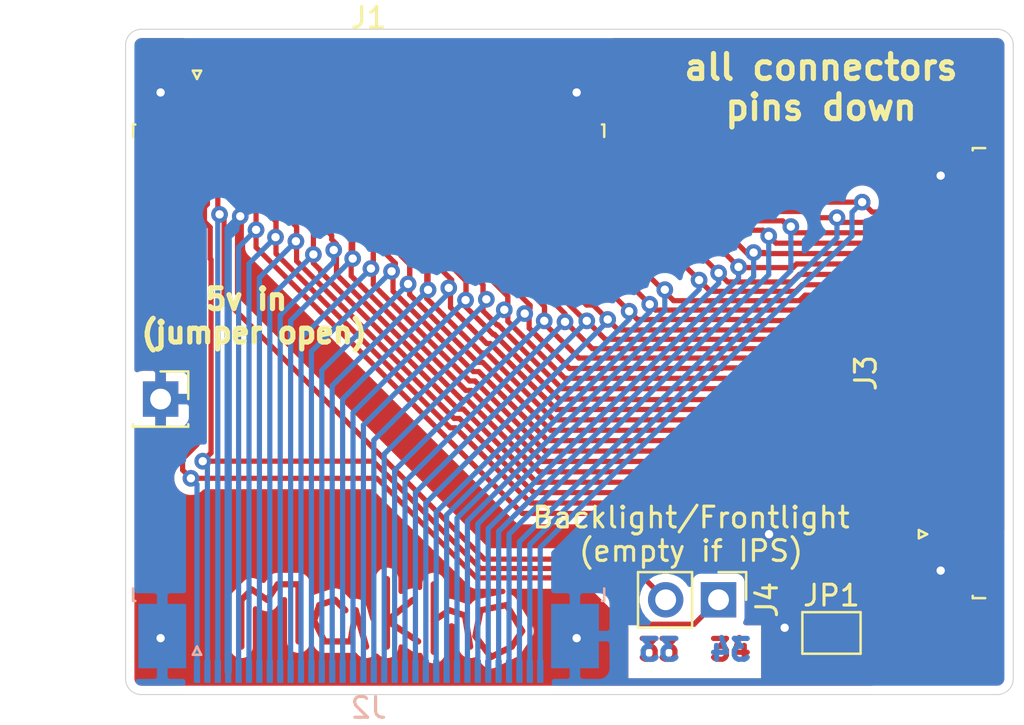
<source format=kicad_pcb>
(kicad_pcb (version 20171130) (host pcbnew "(5.1.6)-1")

  (general
    (thickness 1.6)
    (drawings 14)
    (tracks 559)
    (zones 0)
    (modules 7)
    (nets 36)
  )

  (page A4)
  (layers
    (0 F.Cu signal)
    (31 B.Cu signal)
    (32 B.Adhes user)
    (33 F.Adhes user)
    (34 B.Paste user)
    (35 F.Paste user)
    (36 B.SilkS user)
    (37 F.SilkS user)
    (38 B.Mask user)
    (39 F.Mask user)
    (40 Dwgs.User user)
    (41 Cmts.User user)
    (42 Eco1.User user)
    (43 Eco2.User user)
    (44 Edge.Cuts user)
    (45 Margin user)
    (46 B.CrtYd user)
    (47 F.CrtYd user)
    (48 B.Fab user)
    (49 F.Fab user)
  )

  (setup
    (last_trace_width 0.25)
    (user_trace_width 0.35)
    (user_trace_width 0.4)
    (user_trace_width 0.45)
    (user_trace_width 0.5)
    (trace_clearance 0.2)
    (zone_clearance 0.4)
    (zone_45_only no)
    (trace_min 0.2)
    (via_size 0.8)
    (via_drill 0.4)
    (via_min_size 0.4)
    (via_min_drill 0.3)
    (uvia_size 0.3)
    (uvia_drill 0.1)
    (uvias_allowed no)
    (uvia_min_size 0.2)
    (uvia_min_drill 0.1)
    (edge_width 0.05)
    (segment_width 0.2)
    (pcb_text_width 0.3)
    (pcb_text_size 1.5 1.5)
    (mod_edge_width 0.12)
    (mod_text_size 1 1)
    (mod_text_width 0.15)
    (pad_size 0.3 0.3)
    (pad_drill 0)
    (pad_to_mask_clearance 0.051)
    (solder_mask_min_width 0.25)
    (aux_axis_origin 0 0)
    (visible_elements 7FFFFFFF)
    (pcbplotparams
      (layerselection 0x010f0_ffffffff)
      (usegerberextensions true)
      (usegerberattributes false)
      (usegerberadvancedattributes false)
      (creategerberjobfile false)
      (excludeedgelayer true)
      (linewidth 0.100000)
      (plotframeref false)
      (viasonmask false)
      (mode 1)
      (useauxorigin false)
      (hpglpennumber 1)
      (hpglpenspeed 20)
      (hpglpendiameter 15.000000)
      (psnegative false)
      (psa4output false)
      (plotreference true)
      (plotvalue true)
      (plotinvisibletext false)
      (padsonsilk false)
      (subtractmaskfromsilk false)
      (outputformat 1)
      (mirror false)
      (drillshape 0)
      (scaleselection 1)
      (outputdirectory "gerbers/"))
  )

  (net 0 "")
  (net 1 "Net-(J1-Pad33)")
  (net 2 "Net-(J1-Pad32)")
  (net 3 "Net-(J1-Pad31)")
  (net 4 "Net-(J1-Pad30)")
  (net 5 "Net-(J1-Pad29)")
  (net 6 "Net-(J1-Pad28)")
  (net 7 "Net-(J1-Pad27)")
  (net 8 "Net-(J1-Pad26)")
  (net 9 "Net-(J1-Pad25)")
  (net 10 "Net-(J1-Pad24)")
  (net 11 "Net-(J1-Pad23)")
  (net 12 "Net-(J1-Pad22)")
  (net 13 "Net-(J1-Pad21)")
  (net 14 "Net-(J1-Pad20)")
  (net 15 "Net-(J1-Pad19)")
  (net 16 "Net-(J1-Pad18)")
  (net 17 "Net-(J1-Pad17)")
  (net 18 "Net-(J1-Pad16)")
  (net 19 "Net-(J1-Pad15)")
  (net 20 "Net-(J1-Pad14)")
  (net 21 "Net-(J1-Pad13)")
  (net 22 "Net-(J1-Pad12)")
  (net 23 "Net-(J1-Pad11)")
  (net 24 "Net-(J1-Pad10)")
  (net 25 "Net-(J1-Pad9)")
  (net 26 "Net-(J1-Pad8)")
  (net 27 "Net-(J1-Pad7)")
  (net 28 "Net-(J1-Pad6)")
  (net 29 "Net-(J1-Pad5)")
  (net 30 "Net-(J1-Pad4)")
  (net 31 "Net-(J1-Pad3)")
  (net 32 "Net-(J1-Pad2)")
  (net 33 "Net-(J1-Pad1)")
  (net 34 "Net-(J1-Pad34)")
  (net 35 "Net-(J3-Pad2)")

  (net_class Default "This is the default net class."
    (clearance 0.2)
    (trace_width 0.25)
    (via_dia 0.8)
    (via_drill 0.4)
    (uvia_dia 0.3)
    (uvia_drill 0.1)
    (add_net "Net-(J1-Pad1)")
    (add_net "Net-(J1-Pad10)")
    (add_net "Net-(J1-Pad11)")
    (add_net "Net-(J1-Pad12)")
    (add_net "Net-(J1-Pad13)")
    (add_net "Net-(J1-Pad14)")
    (add_net "Net-(J1-Pad15)")
    (add_net "Net-(J1-Pad16)")
    (add_net "Net-(J1-Pad17)")
    (add_net "Net-(J1-Pad18)")
    (add_net "Net-(J1-Pad19)")
    (add_net "Net-(J1-Pad2)")
    (add_net "Net-(J1-Pad20)")
    (add_net "Net-(J1-Pad21)")
    (add_net "Net-(J1-Pad22)")
    (add_net "Net-(J1-Pad23)")
    (add_net "Net-(J1-Pad24)")
    (add_net "Net-(J1-Pad25)")
    (add_net "Net-(J1-Pad26)")
    (add_net "Net-(J1-Pad27)")
    (add_net "Net-(J1-Pad28)")
    (add_net "Net-(J1-Pad29)")
    (add_net "Net-(J1-Pad3)")
    (add_net "Net-(J1-Pad30)")
    (add_net "Net-(J1-Pad31)")
    (add_net "Net-(J1-Pad32)")
    (add_net "Net-(J1-Pad33)")
    (add_net "Net-(J1-Pad34)")
    (add_net "Net-(J1-Pad4)")
    (add_net "Net-(J1-Pad5)")
    (add_net "Net-(J1-Pad6)")
    (add_net "Net-(J1-Pad7)")
    (add_net "Net-(J1-Pad8)")
    (add_net "Net-(J1-Pad9)")
    (add_net "Net-(J3-Pad2)")
  )

  (module misc_footprints:makho_fmask (layer F.Cu) (tedit 5E2E043C) (tstamp 5EAFD0C3)
    (at 0.381 25.908)
    (fp_text reference REF** (at -3 4) (layer F.SilkS) hide
      (effects (font (size 1 1) (thickness 0.15)))
    )
    (fp_text value makho_fmask (at 0 -3.25) (layer F.Fab)
      (effects (font (size 1 1) (thickness 0.15)))
    )
    (fp_line (start 7 0.5) (end 6.25 -0.75) (layer F.Cu) (width 0.3))
    (fp_line (start 6.5 1.25) (end 7 0.5) (layer F.Cu) (width 0.3))
    (fp_line (start 5.5 1.75) (end 6.5 1.25) (layer F.Cu) (width 0.3))
    (fp_line (start 4.75 0.75) (end 5.5 1.75) (layer F.Cu) (width 0.3))
    (fp_line (start 5 -0.5) (end 4.75 0.75) (layer F.Cu) (width 0.3))
    (fp_line (start 6.25 -0.75) (end 5 -0.5) (layer F.Cu) (width 0.3))
    (fp_line (start 4.25 -0.25) (end 4.5 1.25) (layer F.Cu) (width 0.3))
    (fp_line (start 3.5 -0.5) (end 4.25 -0.25) (layer F.Cu) (width 0.3))
    (fp_line (start 2.75 0) (end 3.5 -0.5) (layer F.Cu) (width 0.3))
    (fp_line (start 2.75 -1.75) (end 2.75 1.5) (layer F.Cu) (width 0.3))
    (fp_line (start 0.5 0) (end 2 1) (layer F.Cu) (width 0.3))
    (fp_line (start 1.75 -1) (end 0.5 0) (layer F.Cu) (width 0.3))
    (fp_line (start 0.5 -2) (end 0.5 1.25) (layer F.Cu) (width 0.3))
    (fp_line (start -1 -0.5) (end -0.5 1.25) (layer F.Cu) (width 0.3))
    (fp_line (start -1.25 1) (end -1 -0.5) (layer F.Cu) (width 0.3))
    (fp_line (start -2.5 1) (end -1.25 1) (layer F.Cu) (width 0.3))
    (fp_line (start -3 0) (end -2.5 1) (layer F.Cu) (width 0.3))
    (fp_line (start -2.75 -0.75) (end -3 0) (layer F.Cu) (width 0.3))
    (fp_line (start -2 -1) (end -2.75 -0.75) (layer F.Cu) (width 0.3))
    (fp_line (start -1.5 -0.5) (end -2 -1) (layer F.Cu) (width 0.3))
    (fp_line (start -3.75 -1.75) (end -3.75 1) (layer F.Cu) (width 0.3))
    (fp_line (start -4.75 -1.75) (end -3.75 -1.75) (layer F.Mask) (width 0.3))
    (fp_line (start -5.25 -1) (end -4.75 -1.75) (layer F.Cu) (width 0.3))
    (fp_line (start -6 -1.5) (end -5.25 -1) (layer F.Cu) (width 0.3))
    (fp_line (start -6.5 -1) (end -6 -1.5) (layer F.Cu) (width 0.3))
    (fp_line (start -6.5 1.25) (end -6.5 -1) (layer F.Cu) (width 0.3))
    (fp_line (start -7.5 2.5) (end 7.5 2.5) (layer Dwgs.User) (width 0.15))
    (fp_line (start 7.5 2.5) (end 7.5 -2.5) (layer Dwgs.User) (width 0.15))
    (fp_line (start -7.5 -2.5) (end 7.5 -2.5) (layer Dwgs.User) (width 0.15))
    (fp_line (start -7.5 -2.5) (end -7.5 2.5) (layer Dwgs.User) (width 0.15))
    (fp_line (start -6.5 1.25) (end -6.5 -1) (layer F.Mask) (width 0.3))
    (fp_line (start -6.5 -1) (end -6 -1.5) (layer F.Mask) (width 0.3))
    (fp_line (start -5.25 -1) (end -4.75 -1.75) (layer F.Mask) (width 0.3))
    (fp_line (start -6 -1.5) (end -5.25 -1) (layer F.Mask) (width 0.3))
    (fp_line (start -4.75 -1.75) (end -3.75 -1.75) (layer F.Cu) (width 0.3))
    (fp_line (start 7 0.5) (end 6.25 -0.75) (layer F.Mask) (width 0.3))
    (fp_line (start -1.5 -0.5) (end -2 -1) (layer F.Mask) (width 0.3))
    (fp_line (start -1.25 1) (end -1 -0.5) (layer F.Mask) (width 0.3))
    (fp_line (start 6.5 1.25) (end 7 0.5) (layer F.Mask) (width 0.3))
    (fp_line (start -2 -1) (end -2.75 -0.75) (layer F.Mask) (width 0.3))
    (fp_line (start 4.25 -0.25) (end 4.5 1.25) (layer F.Mask) (width 0.3))
    (fp_line (start -2.5 1) (end -1.25 1) (layer F.Mask) (width 0.3))
    (fp_line (start 6.25 -0.75) (end 5 -0.5) (layer F.Mask) (width 0.3))
    (fp_line (start -3.75 -1.75) (end -3.75 1) (layer F.Mask) (width 0.3))
    (fp_line (start -2.75 -0.75) (end -3 0) (layer F.Mask) (width 0.3))
    (fp_line (start -3 0) (end -2.5 1) (layer F.Mask) (width 0.3))
    (fp_line (start -1 -0.5) (end -0.5 1.25) (layer F.Mask) (width 0.3))
    (fp_line (start 0.5 -2) (end 0.5 1.25) (layer F.Mask) (width 0.3))
    (fp_line (start 0.5 0) (end 2 1) (layer F.Mask) (width 0.3))
    (fp_line (start 2.75 0) (end 3.5 -0.5) (layer F.Mask) (width 0.3))
    (fp_line (start 5 -0.5) (end 4.75 0.75) (layer F.Mask) (width 0.3))
    (fp_line (start 3.5 -0.5) (end 4.25 -0.25) (layer F.Mask) (width 0.3))
    (fp_line (start 5.5 1.75) (end 6.5 1.25) (layer F.Mask) (width 0.3))
    (fp_line (start 4.75 0.75) (end 5.5 1.75) (layer F.Mask) (width 0.3))
    (fp_line (start 1.75 -1) (end 0.5 0) (layer F.Mask) (width 0.3))
    (fp_line (start 2.75 -1.75) (end 2.75 1.5) (layer F.Mask) (width 0.3))
  )

  (module Jumper:SolderJumper-2_P1.3mm_Open_TrianglePad1.0x1.5mm (layer F.Cu) (tedit 5F1A6F3C) (tstamp 5EAFBC65)
    (at 22.25 26.5)
    (descr "SMD Solder Jumper, 1x1.5mm Triangular Pads, 0.3mm gap, open")
    (tags "solder jumper open")
    (path /5EB21832)
    (attr virtual)
    (fp_text reference JP1 (at 0 -1.8) (layer F.SilkS)
      (effects (font (size 1 1) (thickness 0.15)))
    )
    (fp_text value SolderJumper_2_Bridged (at 0 1.9) (layer F.Fab)
      (effects (font (size 1 1) (thickness 0.15)))
    )
    (fp_line (start -1.4 1) (end -1.4 -1) (layer F.SilkS) (width 0.12))
    (fp_line (start 1.4 1) (end -1.4 1) (layer F.SilkS) (width 0.12))
    (fp_line (start 1.4 -1) (end 1.4 1) (layer F.SilkS) (width 0.12))
    (fp_line (start -1.4 -1) (end 1.4 -1) (layer F.SilkS) (width 0.12))
    (fp_line (start -1.65 -1.25) (end 1.65 -1.25) (layer F.CrtYd) (width 0.05))
    (fp_line (start -1.65 -1.25) (end -1.65 1.25) (layer F.CrtYd) (width 0.05))
    (fp_line (start 1.65 1.25) (end 1.65 -1.25) (layer F.CrtYd) (width 0.05))
    (fp_line (start 1.65 1.25) (end -1.65 1.25) (layer F.CrtYd) (width 0.05))
    (pad 1 smd custom (at -0.725 0) (size 0.3 0.3) (layers F.Cu F.Mask)
      (net 30 "Net-(J1-Pad4)") (zone_connect 0)
      (options (clearance outline) (anchor rect))
      (primitives
        (gr_poly (pts
           (xy -0.5 -0.75) (xy 0.5 -0.75) (xy 1 0) (xy 0.5 0.75) (xy -0.5 0.75)
) (width 0))
      ))
    (pad 2 smd custom (at 0.725 0) (size 0.3 0.3) (layers F.Cu F.Mask)
      (net 35 "Net-(J3-Pad2)") (zone_connect 2)
      (options (clearance outline) (anchor rect))
      (primitives
        (gr_poly (pts
           (xy -0.65 -0.75) (xy 0.5 -0.75) (xy 0.5 0.75) (xy -0.65 0.75) (xy -0.15 0)
) (width 0))
      ))
  )

  (module Connector_PinSocket_2.54mm:PinSocket_1x01_P2.54mm_Vertical (layer F.Cu) (tedit 5F1A6C35) (tstamp 5EAFBCE7)
    (at -10 15.25)
    (descr "Through hole straight socket strip, 1x01, 2.54mm pitch, single row (from Kicad 4.0.7), script generated")
    (tags "Through hole socket strip THT 1x01 2.54mm single row")
    (path /5EB222AB)
    (fp_text reference J5 (at 0 -2.77) (layer F.SilkS) hide
      (effects (font (size 1 1) (thickness 0.15)))
    )
    (fp_text value Conn_01x01_Female (at 0 2.77) (layer F.Fab)
      (effects (font (size 1 1) (thickness 0.15)))
    )
    (fp_line (start -1.27 -1.27) (end 0.635 -1.27) (layer F.Fab) (width 0.1))
    (fp_line (start 0.635 -1.27) (end 1.27 -0.635) (layer F.Fab) (width 0.1))
    (fp_line (start 1.27 -0.635) (end 1.27 1.27) (layer F.Fab) (width 0.1))
    (fp_line (start 1.27 1.27) (end -1.27 1.27) (layer F.Fab) (width 0.1))
    (fp_line (start -1.27 1.27) (end -1.27 -1.27) (layer F.Fab) (width 0.1))
    (fp_line (start -1.33 1.33) (end 1.33 1.33) (layer F.SilkS) (width 0.12))
    (fp_line (start -1.33 1.21) (end -1.33 1.33) (layer F.SilkS) (width 0.12))
    (fp_line (start 1.33 1.21) (end 1.33 1.33) (layer F.SilkS) (width 0.12))
    (fp_line (start 1.33 -1.33) (end 1.33 0) (layer F.SilkS) (width 0.12))
    (fp_line (start 0 -1.33) (end 1.33 -1.33) (layer F.SilkS) (width 0.12))
    (fp_line (start -1.8 -1.8) (end 1.75 -1.8) (layer F.CrtYd) (width 0.05))
    (fp_line (start 1.75 -1.8) (end 1.75 1.75) (layer F.CrtYd) (width 0.05))
    (fp_line (start 1.75 1.75) (end -1.8 1.75) (layer F.CrtYd) (width 0.05))
    (fp_line (start -1.8 1.75) (end -1.8 -1.8) (layer F.CrtYd) (width 0.05))
    (fp_text user %R (at 0 0) (layer F.Fab)
      (effects (font (size 1 1) (thickness 0.15)))
    )
    (pad 1 thru_hole rect (at 0 0) (size 1.7 1.7) (drill 1) (layers *.Cu *.Mask)
      (net 30 "Net-(J1-Pad4)"))
    (model ${KISYS3DMOD}/Connector_PinSocket_2.54mm.3dshapes/PinSocket_1x01_P2.54mm_Vertical.wrl
      (at (xyz 0 0 0))
      (scale (xyz 1 1 1))
      (rotate (xyz 0 0 0))
    )
  )

  (module Connector_FFC-FPC:TE_3-1734839-2_1x32-1MP_P0.5mm_Horizontal (layer F.Cu) (tedit 5F1A6CFC) (tstamp 5EAF97CE)
    (at 27 14 90)
    (descr "TE FPC connector, 32 top-side contacts, 0.5mm pitch, SMT, https://www.te.com/commerce/DocumentDelivery/DDEController?Action=showdoc&DocId=Customer+Drawing%7F1734839%7FC%7Fpdf%7FEnglish%7FENG_CD_1734839_C_C_1734839.pdf%7F4-1734839-0")
    (tags "te fpc 1734839")
    (path /5EAF770E)
    (attr smd)
    (fp_text reference J3 (at 0 -3.1 90) (layer F.SilkS)
      (effects (font (size 1 1) (thickness 0.15)))
    )
    (fp_text value Conn_01x32_Female (at 0 3.25 90) (layer Dwgs.User)
      (effects (font (size 0.5 0.5) (thickness 0.08)))
    )
    (fp_line (start -10.06 -0.65) (end 10.06 -0.65) (layer F.Fab) (width 0.1))
    (fp_line (start 10.06 -0.65) (end 10.06 2.15) (layer F.Fab) (width 0.1))
    (fp_line (start 10.06 2.15) (end 10.715 2.15) (layer F.Fab) (width 0.1))
    (fp_line (start 10.715 2.15) (end 10.715 3.75) (layer F.Fab) (width 0.1))
    (fp_line (start 10.715 3.75) (end -10.715 3.75) (layer F.Fab) (width 0.1))
    (fp_line (start -10.715 3.75) (end -10.715 2.15) (layer F.Fab) (width 0.1))
    (fp_line (start -10.715 2.15) (end -10.06 2.15) (layer F.Fab) (width 0.1))
    (fp_line (start -10.06 2.15) (end -10.06 -0.65) (layer F.Fab) (width 0.1))
    (fp_line (start -8.15 -0.65) (end -7.75 0.15) (layer F.Fab) (width 0.1))
    (fp_line (start -7.75 0.15) (end -7.35 -0.65) (layer F.Fab) (width 0.1))
    (fp_line (start -10.715 2.04) (end -10.825 2.04) (layer F.SilkS) (width 0.12))
    (fp_line (start -10.825 2.04) (end -10.825 2.64) (layer F.SilkS) (width 0.12))
    (fp_line (start 10.715 2.04) (end 10.825 2.04) (layer F.SilkS) (width 0.12))
    (fp_line (start 10.825 2.04) (end 10.825 2.64) (layer F.SilkS) (width 0.12))
    (fp_line (start -7.95 -0.55) (end -7.75 -0.15) (layer F.SilkS) (width 0.12))
    (fp_line (start -7.75 -0.15) (end -7.55 -0.55) (layer F.SilkS) (width 0.12))
    (fp_line (start -7.55 -0.55) (end -7.95 -0.55) (layer F.SilkS) (width 0.12))
    (fp_line (start 10.605 2.75) (end -10.605 2.75) (layer Dwgs.User) (width 0.1))
    (fp_line (start -11.22 -2.4) (end -11.22 4.25) (layer F.CrtYd) (width 0.05))
    (fp_line (start -11.22 4.25) (end 11.22 4.25) (layer F.CrtYd) (width 0.05))
    (fp_line (start 11.22 4.25) (end 11.22 -2.4) (layer F.CrtYd) (width 0.05))
    (fp_line (start 11.22 -2.4) (end -11.22 -2.4) (layer F.CrtYd) (width 0.05))
    (fp_text user %R (at 0 1.55 90) (layer F.Fab)
      (effects (font (size 1 1) (thickness 0.15)))
    )
    (pad MP smd rect (at 9.42 0.35 90) (size 2.3 3.1) (layers F.Cu F.Paste F.Mask)
      (net 30 "Net-(J1-Pad4)"))
    (pad MP smd rect (at -9.42 0.35 90) (size 2.3 3.1) (layers F.Cu F.Paste F.Mask)
      (net 30 "Net-(J1-Pad4)"))
    (pad 32 smd rect (at 7.75 -1.35 90) (size 0.3 1.1) (layers F.Cu F.Paste F.Mask)
      (net 34 "Net-(J1-Pad34)"))
    (pad 31 smd rect (at 7.25 -1.35 90) (size 0.3 1.1) (layers F.Cu F.Paste F.Mask)
      (net 1 "Net-(J1-Pad33)"))
    (pad 30 smd rect (at 6.75 -1.35 90) (size 0.3 1.1) (layers F.Cu F.Paste F.Mask)
      (net 2 "Net-(J1-Pad32)"))
    (pad 29 smd rect (at 6.25 -1.35 90) (size 0.3 1.1) (layers F.Cu F.Paste F.Mask)
      (net 3 "Net-(J1-Pad31)"))
    (pad 28 smd rect (at 5.75 -1.35 90) (size 0.3 1.1) (layers F.Cu F.Paste F.Mask)
      (net 4 "Net-(J1-Pad30)"))
    (pad 27 smd rect (at 5.25 -1.35 90) (size 0.3 1.1) (layers F.Cu F.Paste F.Mask)
      (net 5 "Net-(J1-Pad29)"))
    (pad 26 smd rect (at 4.75 -1.35 90) (size 0.3 1.1) (layers F.Cu F.Paste F.Mask)
      (net 6 "Net-(J1-Pad28)"))
    (pad 25 smd rect (at 4.25 -1.35 90) (size 0.3 1.1) (layers F.Cu F.Paste F.Mask)
      (net 7 "Net-(J1-Pad27)"))
    (pad 24 smd rect (at 3.75 -1.35 90) (size 0.3 1.1) (layers F.Cu F.Paste F.Mask)
      (net 8 "Net-(J1-Pad26)"))
    (pad 23 smd rect (at 3.25 -1.35 90) (size 0.3 1.1) (layers F.Cu F.Paste F.Mask)
      (net 9 "Net-(J1-Pad25)"))
    (pad 22 smd rect (at 2.75 -1.35 90) (size 0.3 1.1) (layers F.Cu F.Paste F.Mask)
      (net 10 "Net-(J1-Pad24)"))
    (pad 21 smd rect (at 2.25 -1.35 90) (size 0.3 1.1) (layers F.Cu F.Paste F.Mask)
      (net 11 "Net-(J1-Pad23)"))
    (pad 20 smd rect (at 1.75 -1.35 90) (size 0.3 1.1) (layers F.Cu F.Paste F.Mask)
      (net 12 "Net-(J1-Pad22)"))
    (pad 19 smd rect (at 1.25 -1.35 90) (size 0.3 1.1) (layers F.Cu F.Paste F.Mask)
      (net 13 "Net-(J1-Pad21)"))
    (pad 18 smd rect (at 0.75 -1.35 90) (size 0.3 1.1) (layers F.Cu F.Paste F.Mask)
      (net 14 "Net-(J1-Pad20)"))
    (pad 17 smd rect (at 0.25 -1.35 90) (size 0.3 1.1) (layers F.Cu F.Paste F.Mask)
      (net 15 "Net-(J1-Pad19)"))
    (pad 16 smd rect (at -0.25 -1.35 90) (size 0.3 1.1) (layers F.Cu F.Paste F.Mask)
      (net 16 "Net-(J1-Pad18)"))
    (pad 15 smd rect (at -0.75 -1.35 90) (size 0.3 1.1) (layers F.Cu F.Paste F.Mask)
      (net 17 "Net-(J1-Pad17)"))
    (pad 14 smd rect (at -1.25 -1.35 90) (size 0.3 1.1) (layers F.Cu F.Paste F.Mask)
      (net 18 "Net-(J1-Pad16)"))
    (pad 13 smd rect (at -1.75 -1.35 90) (size 0.3 1.1) (layers F.Cu F.Paste F.Mask)
      (net 19 "Net-(J1-Pad15)"))
    (pad 12 smd rect (at -2.25 -1.35 90) (size 0.3 1.1) (layers F.Cu F.Paste F.Mask)
      (net 20 "Net-(J1-Pad14)"))
    (pad 11 smd rect (at -2.75 -1.35 90) (size 0.3 1.1) (layers F.Cu F.Paste F.Mask)
      (net 21 "Net-(J1-Pad13)"))
    (pad 10 smd rect (at -3.25 -1.35 90) (size 0.3 1.1) (layers F.Cu F.Paste F.Mask)
      (net 22 "Net-(J1-Pad12)"))
    (pad 9 smd rect (at -3.75 -1.35 90) (size 0.3 1.1) (layers F.Cu F.Paste F.Mask)
      (net 23 "Net-(J1-Pad11)"))
    (pad 8 smd rect (at -4.25 -1.35 90) (size 0.3 1.1) (layers F.Cu F.Paste F.Mask)
      (net 24 "Net-(J1-Pad10)"))
    (pad 7 smd rect (at -4.75 -1.35 90) (size 0.3 1.1) (layers F.Cu F.Paste F.Mask)
      (net 25 "Net-(J1-Pad9)"))
    (pad 6 smd rect (at -5.25 -1.35 90) (size 0.3 1.1) (layers F.Cu F.Paste F.Mask)
      (net 26 "Net-(J1-Pad8)"))
    (pad 5 smd rect (at -5.75 -1.35 90) (size 0.3 1.1) (layers F.Cu F.Paste F.Mask)
      (net 27 "Net-(J1-Pad7)"))
    (pad 4 smd rect (at -6.25 -1.35 90) (size 0.3 1.1) (layers F.Cu F.Paste F.Mask)
      (net 28 "Net-(J1-Pad6)"))
    (pad 3 smd rect (at -6.75 -1.35 90) (size 0.3 1.1) (layers F.Cu F.Paste F.Mask)
      (net 29 "Net-(J1-Pad5)"))
    (pad 2 smd rect (at -7.25 -1.35 90) (size 0.3 1.1) (layers F.Cu F.Paste F.Mask)
      (net 35 "Net-(J3-Pad2)"))
    (pad 1 smd rect (at -7.75 -1.35 90) (size 0.3 1.1) (layers F.Cu F.Paste F.Mask)
      (net 31 "Net-(J1-Pad3)"))
    (model ${KISYS3DMOD}/Connector_FFC-FPC.3dshapes/TE_3-1734839-2_1x32-1MP_P0.5mm_Horizontal.wrl
      (at (xyz 0 0 0))
      (scale (xyz 1 1 1))
      (rotate (xyz 0 0 0))
    )
  )

  (module Connector_FFC-FPC:TE_3-1734839-4_1x34-1MP_P0.5mm_Horizontal (layer B.Cu) (tedit 5F1A6D0A) (tstamp 5EAF9215)
    (at 0 27)
    (descr "TE FPC connector, 34 top-side contacts, 0.5mm pitch, SMT, https://www.te.com/commerce/DocumentDelivery/DDEController?Action=showdoc&DocId=Customer+Drawing%7F1734839%7FC%7Fpdf%7FEnglish%7FENG_CD_1734839_C_C_1734839.pdf%7F4-1734839-0")
    (tags "te fpc 1734839")
    (path /5EAF5B0C)
    (attr smd)
    (fp_text reference J2 (at 0 3.1) (layer B.SilkS)
      (effects (font (size 1 1) (thickness 0.15)) (justify mirror))
    )
    (fp_text value Conn_01x34_Female (at 0 -3.25) (layer Dwgs.User)
      (effects (font (size 0.5 0.5) (thickness 0.08)))
    )
    (fp_line (start -10.56 0.65) (end 10.56 0.65) (layer B.Fab) (width 0.1))
    (fp_line (start 10.56 0.65) (end 10.56 -2.15) (layer B.Fab) (width 0.1))
    (fp_line (start 10.56 -2.15) (end 11.215 -2.15) (layer B.Fab) (width 0.1))
    (fp_line (start 11.215 -2.15) (end 11.215 -3.75) (layer B.Fab) (width 0.1))
    (fp_line (start 11.215 -3.75) (end -11.215 -3.75) (layer B.Fab) (width 0.1))
    (fp_line (start -11.215 -3.75) (end -11.215 -2.15) (layer B.Fab) (width 0.1))
    (fp_line (start -11.215 -2.15) (end -10.56 -2.15) (layer B.Fab) (width 0.1))
    (fp_line (start -10.56 -2.15) (end -10.56 0.65) (layer B.Fab) (width 0.1))
    (fp_line (start -8.65 0.65) (end -8.25 -0.15) (layer B.Fab) (width 0.1))
    (fp_line (start -8.25 -0.15) (end -7.85 0.65) (layer B.Fab) (width 0.1))
    (fp_line (start -11.215 -2.04) (end -11.325 -2.04) (layer B.SilkS) (width 0.12))
    (fp_line (start -11.325 -2.04) (end -11.325 -2.64) (layer B.SilkS) (width 0.12))
    (fp_line (start 11.215 -2.04) (end 11.325 -2.04) (layer B.SilkS) (width 0.12))
    (fp_line (start 11.325 -2.04) (end 11.325 -2.64) (layer B.SilkS) (width 0.12))
    (fp_line (start -8.45 0.55) (end -8.25 0.15) (layer B.SilkS) (width 0.12))
    (fp_line (start -8.25 0.15) (end -8.05 0.55) (layer B.SilkS) (width 0.12))
    (fp_line (start -8.05 0.55) (end -8.45 0.55) (layer B.SilkS) (width 0.12))
    (fp_line (start 11.105 -2.75) (end -11.105 -2.75) (layer Dwgs.User) (width 0.1))
    (fp_line (start -11.72 2.4) (end -11.72 -4.25) (layer B.CrtYd) (width 0.05))
    (fp_line (start -11.72 -4.25) (end 11.72 -4.25) (layer B.CrtYd) (width 0.05))
    (fp_line (start 11.72 -4.25) (end 11.72 2.4) (layer B.CrtYd) (width 0.05))
    (fp_line (start 11.72 2.4) (end -11.72 2.4) (layer B.CrtYd) (width 0.05))
    (fp_text user %R (at 0 -1.55) (layer B.Fab)
      (effects (font (size 1 1) (thickness 0.15)) (justify mirror))
    )
    (pad MP smd rect (at 9.92 -0.35) (size 2.3 3.1) (layers B.Cu B.Paste B.Mask)
      (net 30 "Net-(J1-Pad4)"))
    (pad MP smd rect (at -9.92 -0.35) (size 2.3 3.1) (layers B.Cu B.Paste B.Mask)
      (net 30 "Net-(J1-Pad4)"))
    (pad 34 smd rect (at 8.25 1.35) (size 0.3 1.1) (layers B.Cu B.Paste B.Mask)
      (net 34 "Net-(J1-Pad34)"))
    (pad 33 smd rect (at 7.75 1.35) (size 0.3 1.1) (layers B.Cu B.Paste B.Mask)
      (net 1 "Net-(J1-Pad33)"))
    (pad 32 smd rect (at 7.25 1.35) (size 0.3 1.1) (layers B.Cu B.Paste B.Mask)
      (net 2 "Net-(J1-Pad32)"))
    (pad 31 smd rect (at 6.75 1.35) (size 0.3 1.1) (layers B.Cu B.Paste B.Mask)
      (net 3 "Net-(J1-Pad31)"))
    (pad 30 smd rect (at 6.25 1.35) (size 0.3 1.1) (layers B.Cu B.Paste B.Mask)
      (net 4 "Net-(J1-Pad30)"))
    (pad 29 smd rect (at 5.75 1.35) (size 0.3 1.1) (layers B.Cu B.Paste B.Mask)
      (net 5 "Net-(J1-Pad29)"))
    (pad 28 smd rect (at 5.25 1.35) (size 0.3 1.1) (layers B.Cu B.Paste B.Mask)
      (net 6 "Net-(J1-Pad28)"))
    (pad 27 smd rect (at 4.75 1.35) (size 0.3 1.1) (layers B.Cu B.Paste B.Mask)
      (net 7 "Net-(J1-Pad27)"))
    (pad 26 smd rect (at 4.25 1.35) (size 0.3 1.1) (layers B.Cu B.Paste B.Mask)
      (net 8 "Net-(J1-Pad26)"))
    (pad 25 smd rect (at 3.75 1.35) (size 0.3 1.1) (layers B.Cu B.Paste B.Mask)
      (net 9 "Net-(J1-Pad25)"))
    (pad 24 smd rect (at 3.25 1.35) (size 0.3 1.1) (layers B.Cu B.Paste B.Mask)
      (net 10 "Net-(J1-Pad24)"))
    (pad 23 smd rect (at 2.75 1.35) (size 0.3 1.1) (layers B.Cu B.Paste B.Mask)
      (net 11 "Net-(J1-Pad23)"))
    (pad 22 smd rect (at 2.25 1.35) (size 0.3 1.1) (layers B.Cu B.Paste B.Mask)
      (net 12 "Net-(J1-Pad22)"))
    (pad 21 smd rect (at 1.75 1.35) (size 0.3 1.1) (layers B.Cu B.Paste B.Mask)
      (net 13 "Net-(J1-Pad21)"))
    (pad 20 smd rect (at 1.25 1.35) (size 0.3 1.1) (layers B.Cu B.Paste B.Mask)
      (net 14 "Net-(J1-Pad20)"))
    (pad 19 smd rect (at 0.75 1.35) (size 0.3 1.1) (layers B.Cu B.Paste B.Mask)
      (net 15 "Net-(J1-Pad19)"))
    (pad 18 smd rect (at 0.25 1.35) (size 0.3 1.1) (layers B.Cu B.Paste B.Mask)
      (net 16 "Net-(J1-Pad18)"))
    (pad 17 smd rect (at -0.25 1.35) (size 0.3 1.1) (layers B.Cu B.Paste B.Mask)
      (net 17 "Net-(J1-Pad17)"))
    (pad 16 smd rect (at -0.75 1.35) (size 0.3 1.1) (layers B.Cu B.Paste B.Mask)
      (net 18 "Net-(J1-Pad16)"))
    (pad 15 smd rect (at -1.25 1.35) (size 0.3 1.1) (layers B.Cu B.Paste B.Mask)
      (net 19 "Net-(J1-Pad15)"))
    (pad 14 smd rect (at -1.75 1.35) (size 0.3 1.1) (layers B.Cu B.Paste B.Mask)
      (net 20 "Net-(J1-Pad14)"))
    (pad 13 smd rect (at -2.25 1.35) (size 0.3 1.1) (layers B.Cu B.Paste B.Mask)
      (net 21 "Net-(J1-Pad13)"))
    (pad 12 smd rect (at -2.75 1.35) (size 0.3 1.1) (layers B.Cu B.Paste B.Mask)
      (net 22 "Net-(J1-Pad12)"))
    (pad 11 smd rect (at -3.25 1.35) (size 0.3 1.1) (layers B.Cu B.Paste B.Mask)
      (net 23 "Net-(J1-Pad11)"))
    (pad 10 smd rect (at -3.75 1.35) (size 0.3 1.1) (layers B.Cu B.Paste B.Mask)
      (net 24 "Net-(J1-Pad10)"))
    (pad 9 smd rect (at -4.25 1.35) (size 0.3 1.1) (layers B.Cu B.Paste B.Mask)
      (net 25 "Net-(J1-Pad9)"))
    (pad 8 smd rect (at -4.75 1.35) (size 0.3 1.1) (layers B.Cu B.Paste B.Mask)
      (net 26 "Net-(J1-Pad8)"))
    (pad 7 smd rect (at -5.25 1.35) (size 0.3 1.1) (layers B.Cu B.Paste B.Mask)
      (net 27 "Net-(J1-Pad7)"))
    (pad 6 smd rect (at -5.75 1.35) (size 0.3 1.1) (layers B.Cu B.Paste B.Mask)
      (net 28 "Net-(J1-Pad6)"))
    (pad 5 smd rect (at -6.25 1.35) (size 0.3 1.1) (layers B.Cu B.Paste B.Mask)
      (net 29 "Net-(J1-Pad5)"))
    (pad 4 smd rect (at -6.75 1.35) (size 0.3 1.1) (layers B.Cu B.Paste B.Mask)
      (net 30 "Net-(J1-Pad4)"))
    (pad 3 smd rect (at -7.25 1.35) (size 0.3 1.1) (layers B.Cu B.Paste B.Mask)
      (net 31 "Net-(J1-Pad3)"))
    (pad 2 smd rect (at -7.75 1.35) (size 0.3 1.1) (layers B.Cu B.Paste B.Mask)
      (net 32 "Net-(J1-Pad2)"))
    (pad 1 smd rect (at -8.25 1.35) (size 0.3 1.1) (layers B.Cu B.Paste B.Mask)
      (net 33 "Net-(J1-Pad1)"))
    (model ${KISYS3DMOD}/Connector_FFC-FPC.3dshapes/TE_3-1734839-4_1x34-1MP_P0.5mm_Horizontal.wrl
      (at (xyz 0 0 0))
      (scale (xyz 1 1 1))
      (rotate (xyz 0 0 0))
    )
  )

  (module Connector_FFC-FPC:TE_3-1734839-4_1x34-1MP_P0.5mm_Horizontal (layer F.Cu) (tedit 5F1A6CEE) (tstamp 5EAF91D7)
    (at 0 0)
    (descr "TE FPC connector, 34 top-side contacts, 0.5mm pitch, SMT, https://www.te.com/commerce/DocumentDelivery/DDEController?Action=showdoc&DocId=Customer+Drawing%7F1734839%7FC%7Fpdf%7FEnglish%7FENG_CD_1734839_C_C_1734839.pdf%7F4-1734839-0")
    (tags "te fpc 1734839")
    (path /5EAF3559)
    (attr smd)
    (fp_text reference J1 (at 0 -3.1) (layer F.SilkS)
      (effects (font (size 1 1) (thickness 0.15)))
    )
    (fp_text value Conn_01x34_Female (at 0 3.25) (layer Dwgs.User)
      (effects (font (size 0.5 0.5) (thickness 0.08)))
    )
    (fp_line (start -10.56 -0.65) (end 10.56 -0.65) (layer F.Fab) (width 0.1))
    (fp_line (start 10.56 -0.65) (end 10.56 2.15) (layer F.Fab) (width 0.1))
    (fp_line (start 10.56 2.15) (end 11.215 2.15) (layer F.Fab) (width 0.1))
    (fp_line (start 11.215 2.15) (end 11.215 3.75) (layer F.Fab) (width 0.1))
    (fp_line (start 11.215 3.75) (end -11.215 3.75) (layer F.Fab) (width 0.1))
    (fp_line (start -11.215 3.75) (end -11.215 2.15) (layer F.Fab) (width 0.1))
    (fp_line (start -11.215 2.15) (end -10.56 2.15) (layer F.Fab) (width 0.1))
    (fp_line (start -10.56 2.15) (end -10.56 -0.65) (layer F.Fab) (width 0.1))
    (fp_line (start -8.65 -0.65) (end -8.25 0.15) (layer F.Fab) (width 0.1))
    (fp_line (start -8.25 0.15) (end -7.85 -0.65) (layer F.Fab) (width 0.1))
    (fp_line (start -11.215 2.04) (end -11.325 2.04) (layer F.SilkS) (width 0.12))
    (fp_line (start -11.325 2.04) (end -11.325 2.64) (layer F.SilkS) (width 0.12))
    (fp_line (start 11.215 2.04) (end 11.325 2.04) (layer F.SilkS) (width 0.12))
    (fp_line (start 11.325 2.04) (end 11.325 2.64) (layer F.SilkS) (width 0.12))
    (fp_line (start -8.45 -0.55) (end -8.25 -0.15) (layer F.SilkS) (width 0.12))
    (fp_line (start -8.25 -0.15) (end -8.05 -0.55) (layer F.SilkS) (width 0.12))
    (fp_line (start -8.05 -0.55) (end -8.45 -0.55) (layer F.SilkS) (width 0.12))
    (fp_line (start 11.105 2.75) (end -11.105 2.75) (layer Dwgs.User) (width 0.1))
    (fp_line (start -11.72 -2.4) (end -11.72 4.25) (layer F.CrtYd) (width 0.05))
    (fp_line (start -11.72 4.25) (end 11.72 4.25) (layer F.CrtYd) (width 0.05))
    (fp_line (start 11.72 4.25) (end 11.72 -2.4) (layer F.CrtYd) (width 0.05))
    (fp_line (start 11.72 -2.4) (end -11.72 -2.4) (layer F.CrtYd) (width 0.05))
    (fp_text user %R (at 0 1.55) (layer F.Fab)
      (effects (font (size 1 1) (thickness 0.15)))
    )
    (pad MP smd rect (at 9.92 0.35) (size 2.3 3.1) (layers F.Cu F.Paste F.Mask)
      (net 30 "Net-(J1-Pad4)"))
    (pad MP smd rect (at -9.92 0.35) (size 2.3 3.1) (layers F.Cu F.Paste F.Mask)
      (net 30 "Net-(J1-Pad4)"))
    (pad 34 smd rect (at 8.25 -1.35) (size 0.3 1.1) (layers F.Cu F.Paste F.Mask)
      (net 34 "Net-(J1-Pad34)"))
    (pad 33 smd rect (at 7.75 -1.35) (size 0.3 1.1) (layers F.Cu F.Paste F.Mask)
      (net 1 "Net-(J1-Pad33)"))
    (pad 32 smd rect (at 7.25 -1.35) (size 0.3 1.1) (layers F.Cu F.Paste F.Mask)
      (net 2 "Net-(J1-Pad32)"))
    (pad 31 smd rect (at 6.75 -1.35) (size 0.3 1.1) (layers F.Cu F.Paste F.Mask)
      (net 3 "Net-(J1-Pad31)"))
    (pad 30 smd rect (at 6.25 -1.35) (size 0.3 1.1) (layers F.Cu F.Paste F.Mask)
      (net 4 "Net-(J1-Pad30)"))
    (pad 29 smd rect (at 5.75 -1.35) (size 0.3 1.1) (layers F.Cu F.Paste F.Mask)
      (net 5 "Net-(J1-Pad29)"))
    (pad 28 smd rect (at 5.25 -1.35) (size 0.3 1.1) (layers F.Cu F.Paste F.Mask)
      (net 6 "Net-(J1-Pad28)"))
    (pad 27 smd rect (at 4.75 -1.35) (size 0.3 1.1) (layers F.Cu F.Paste F.Mask)
      (net 7 "Net-(J1-Pad27)"))
    (pad 26 smd rect (at 4.25 -1.35) (size 0.3 1.1) (layers F.Cu F.Paste F.Mask)
      (net 8 "Net-(J1-Pad26)"))
    (pad 25 smd rect (at 3.75 -1.35) (size 0.3 1.1) (layers F.Cu F.Paste F.Mask)
      (net 9 "Net-(J1-Pad25)"))
    (pad 24 smd rect (at 3.25 -1.35) (size 0.3 1.1) (layers F.Cu F.Paste F.Mask)
      (net 10 "Net-(J1-Pad24)"))
    (pad 23 smd rect (at 2.75 -1.35) (size 0.3 1.1) (layers F.Cu F.Paste F.Mask)
      (net 11 "Net-(J1-Pad23)"))
    (pad 22 smd rect (at 2.25 -1.35) (size 0.3 1.1) (layers F.Cu F.Paste F.Mask)
      (net 12 "Net-(J1-Pad22)"))
    (pad 21 smd rect (at 1.75 -1.35) (size 0.3 1.1) (layers F.Cu F.Paste F.Mask)
      (net 13 "Net-(J1-Pad21)"))
    (pad 20 smd rect (at 1.25 -1.35) (size 0.3 1.1) (layers F.Cu F.Paste F.Mask)
      (net 14 "Net-(J1-Pad20)"))
    (pad 19 smd rect (at 0.75 -1.35) (size 0.3 1.1) (layers F.Cu F.Paste F.Mask)
      (net 15 "Net-(J1-Pad19)"))
    (pad 18 smd rect (at 0.25 -1.35) (size 0.3 1.1) (layers F.Cu F.Paste F.Mask)
      (net 16 "Net-(J1-Pad18)"))
    (pad 17 smd rect (at -0.25 -1.35) (size 0.3 1.1) (layers F.Cu F.Paste F.Mask)
      (net 17 "Net-(J1-Pad17)"))
    (pad 16 smd rect (at -0.75 -1.35) (size 0.3 1.1) (layers F.Cu F.Paste F.Mask)
      (net 18 "Net-(J1-Pad16)"))
    (pad 15 smd rect (at -1.25 -1.35) (size 0.3 1.1) (layers F.Cu F.Paste F.Mask)
      (net 19 "Net-(J1-Pad15)"))
    (pad 14 smd rect (at -1.75 -1.35) (size 0.3 1.1) (layers F.Cu F.Paste F.Mask)
      (net 20 "Net-(J1-Pad14)"))
    (pad 13 smd rect (at -2.25 -1.35) (size 0.3 1.1) (layers F.Cu F.Paste F.Mask)
      (net 21 "Net-(J1-Pad13)"))
    (pad 12 smd rect (at -2.75 -1.35) (size 0.3 1.1) (layers F.Cu F.Paste F.Mask)
      (net 22 "Net-(J1-Pad12)"))
    (pad 11 smd rect (at -3.25 -1.35) (size 0.3 1.1) (layers F.Cu F.Paste F.Mask)
      (net 23 "Net-(J1-Pad11)"))
    (pad 10 smd rect (at -3.75 -1.35) (size 0.3 1.1) (layers F.Cu F.Paste F.Mask)
      (net 24 "Net-(J1-Pad10)"))
    (pad 9 smd rect (at -4.25 -1.35) (size 0.3 1.1) (layers F.Cu F.Paste F.Mask)
      (net 25 "Net-(J1-Pad9)"))
    (pad 8 smd rect (at -4.75 -1.35) (size 0.3 1.1) (layers F.Cu F.Paste F.Mask)
      (net 26 "Net-(J1-Pad8)"))
    (pad 7 smd rect (at -5.25 -1.35) (size 0.3 1.1) (layers F.Cu F.Paste F.Mask)
      (net 27 "Net-(J1-Pad7)"))
    (pad 6 smd rect (at -5.75 -1.35) (size 0.3 1.1) (layers F.Cu F.Paste F.Mask)
      (net 28 "Net-(J1-Pad6)"))
    (pad 5 smd rect (at -6.25 -1.35) (size 0.3 1.1) (layers F.Cu F.Paste F.Mask)
      (net 29 "Net-(J1-Pad5)"))
    (pad 4 smd rect (at -6.75 -1.35) (size 0.3 1.1) (layers F.Cu F.Paste F.Mask)
      (net 30 "Net-(J1-Pad4)"))
    (pad 3 smd rect (at -7.25 -1.35) (size 0.3 1.1) (layers F.Cu F.Paste F.Mask)
      (net 31 "Net-(J1-Pad3)"))
    (pad 2 smd rect (at -7.75 -1.35) (size 0.3 1.1) (layers F.Cu F.Paste F.Mask)
      (net 32 "Net-(J1-Pad2)"))
    (pad 1 smd rect (at -8.25 -1.35) (size 0.3 1.1) (layers F.Cu F.Paste F.Mask)
      (net 33 "Net-(J1-Pad1)"))
    (model ${KISYS3DMOD}/Connector_FFC-FPC.3dshapes/TE_3-1734839-4_1x34-1MP_P0.5mm_Horizontal.wrl
      (at (xyz 0 0 0))
      (scale (xyz 1 1 1))
      (rotate (xyz 0 0 0))
    )
  )

  (module Connector_PinHeader_2.54mm:PinHeader_1x02_P2.54mm_Vertical (layer F.Cu) (tedit 59FED5CC) (tstamp 5EAF9267)
    (at 16.82 24.904 270)
    (descr "Through hole straight pin header, 1x02, 2.54mm pitch, single row")
    (tags "Through hole pin header THT 1x02 2.54mm single row")
    (path /5EAF7C7F)
    (fp_text reference J4 (at 0 -2.33 90) (layer F.SilkS)
      (effects (font (size 1 1) (thickness 0.15)))
    )
    (fp_text value Conn_01x02_Female (at -3.154 6.32 90) (layer F.Fab)
      (effects (font (size 1 1) (thickness 0.15)))
    )
    (fp_line (start -0.635 -1.27) (end 1.27 -1.27) (layer F.Fab) (width 0.1))
    (fp_line (start 1.27 -1.27) (end 1.27 3.81) (layer F.Fab) (width 0.1))
    (fp_line (start 1.27 3.81) (end -1.27 3.81) (layer F.Fab) (width 0.1))
    (fp_line (start -1.27 3.81) (end -1.27 -0.635) (layer F.Fab) (width 0.1))
    (fp_line (start -1.27 -0.635) (end -0.635 -1.27) (layer F.Fab) (width 0.1))
    (fp_line (start -1.33 3.87) (end 1.33 3.87) (layer F.SilkS) (width 0.12))
    (fp_line (start -1.33 1.27) (end -1.33 3.87) (layer F.SilkS) (width 0.12))
    (fp_line (start 1.33 1.27) (end 1.33 3.87) (layer F.SilkS) (width 0.12))
    (fp_line (start -1.33 1.27) (end 1.33 1.27) (layer F.SilkS) (width 0.12))
    (fp_line (start -1.33 0) (end -1.33 -1.33) (layer F.SilkS) (width 0.12))
    (fp_line (start -1.33 -1.33) (end 0 -1.33) (layer F.SilkS) (width 0.12))
    (fp_line (start -1.8 -1.8) (end -1.8 4.35) (layer F.CrtYd) (width 0.05))
    (fp_line (start -1.8 4.35) (end 1.8 4.35) (layer F.CrtYd) (width 0.05))
    (fp_line (start 1.8 4.35) (end 1.8 -1.8) (layer F.CrtYd) (width 0.05))
    (fp_line (start 1.8 -1.8) (end -1.8 -1.8) (layer F.CrtYd) (width 0.05))
    (fp_text user %R (at 0 1.27) (layer F.Fab)
      (effects (font (size 1 1) (thickness 0.15)))
    )
    (pad 2 thru_hole oval (at 0 2.54 270) (size 1.7 1.7) (drill 1) (layers *.Cu *.Mask)
      (net 32 "Net-(J1-Pad2)"))
    (pad 1 thru_hole rect (at 0 0 270) (size 1.7 1.7) (drill 1) (layers *.Cu *.Mask)
      (net 33 "Net-(J1-Pad1)"))
    (model ${KISYS3DMOD}/Connector_PinHeader_2.54mm.3dshapes/PinHeader_1x02_P2.54mm_Vertical.wrl
      (at (xyz 0 0 0))
      (scale (xyz 1 1 1))
      (rotate (xyz 0 0 0))
    )
  )

  (gr_text "all connectors\npins down" (at 21.75 0.25) (layer F.SilkS)
    (effects (font (size 1.2 1.2) (thickness 0.25)))
  )
  (gr_text v1.2 (at 27.25 27.5) (layer F.Cu)
    (effects (font (size 1.5 1.5) (thickness 0.3)))
  )
  (gr_text "Backlight/Frontlight\n(empty if IPS)" (at 15.5 21.75) (layer F.SilkS)
    (effects (font (size 1 1) (thickness 0.15)))
  )
  (gr_text "5v in \n(jumper open)" (at -5.5 11.25) (layer F.SilkS)
    (effects (font (size 1 1) (thickness 0.25)))
  )
  (gr_text "34  33" (at 15.677 27.313) (layer B.Cu)
    (effects (font (size 1 1) (thickness 0.25)) (justify mirror))
  )
  (gr_text "33  34" (at 15.677 27.313) (layer F.Cu)
    (effects (font (size 1 1) (thickness 0.25)))
  )
  (gr_arc (start 30.226 -1.778) (end 30.988 -1.778) (angle -90) (layer Edge.Cuts) (width 0.05) (tstamp 5EAFA195))
  (gr_arc (start 30.226 28.702) (end 30.226 29.464) (angle -90) (layer Edge.Cuts) (width 0.05) (tstamp 5EAFA195))
  (gr_arc (start -10.922 28.702) (end -11.684 28.702) (angle -90) (layer Edge.Cuts) (width 0.05) (tstamp 5EAFA195))
  (gr_arc (start -10.922 -1.778) (end -10.922 -2.54) (angle -90) (layer Edge.Cuts) (width 0.05))
  (gr_line (start 30.226 -2.54) (end -10.922 -2.54) (layer Edge.Cuts) (width 0.05) (tstamp 5EAF98AE))
  (gr_line (start 30.988 28.702) (end 30.988 -1.778) (layer Edge.Cuts) (width 0.05))
  (gr_line (start -10.922 29.464) (end 30.226 29.464) (layer Edge.Cuts) (width 0.05))
  (gr_line (start -11.684 -1.778) (end -11.684 28.702) (layer Edge.Cuts) (width 0.05))

  (segment (start 7.75 28.35) (end 7.75 22.25) (width 0.25) (layer B.Cu) (net 1))
  (segment (start 7.75 22.25) (end 22.51266 7.48734) (width 0.25) (layer B.Cu) (net 1))
  (segment (start 22.51266 7.48734) (end 22.51266 6.52499) (width 0.25) (layer B.Cu) (net 1))
  (via (at 22.51266 6.52499) (size 0.8) (drill 0.4) (layers F.Cu B.Cu) (net 1))
  (segment (start 10.549991 4.436401) (end 10.549991 4.264995) (width 0.25) (layer F.Cu) (net 1))
  (segment (start 10.549991 4.264995) (end 7.75 1.465004) (width 0.25) (layer F.Cu) (net 1))
  (segment (start 12.338599 6.22501) (end 10.549991 4.436401) (width 0.25) (layer F.Cu) (net 1))
  (segment (start 7.75 1.465004) (end 7.75 -1.35) (width 0.25) (layer F.Cu) (net 1))
  (segment (start 22.51266 6.52499) (end 22.51266 6.51266) (width 0.35) (layer F.Cu) (net 1))
  (segment (start 22.73767 6.75) (end 25.65 6.75) (width 0.25) (layer F.Cu) (net 1))
  (segment (start 22.51266 6.52499) (end 22.73767 6.75) (width 0.25) (layer F.Cu) (net 1))
  (segment (start 21.27499 6.52499) (end 20.97501 6.22501) (width 0.25) (layer F.Cu) (net 1))
  (segment (start 22.51266 6.52499) (end 21.27499 6.52499) (width 0.25) (layer F.Cu) (net 1))
  (segment (start 20.97501 6.22501) (end 12.338599 6.22501) (width 0.25) (layer F.Cu) (net 1))
  (segment (start 20.296483 9.067107) (end 20.296483 6.95002) (width 0.25) (layer B.Cu) (net 2))
  (segment (start 7.25 28.35) (end 7.25 22.11359) (width 0.25) (layer B.Cu) (net 2))
  (via (at 20.296483 6.95002) (size 0.8) (drill 0.4) (layers F.Cu B.Cu) (net 2))
  (segment (start 7.25 22.11359) (end 20.296483 9.067107) (width 0.25) (layer B.Cu) (net 2))
  (segment (start 10.09998 4.451394) (end 7.25 1.601414) (width 0.25) (layer F.Cu) (net 2))
  (segment (start 7.25 1.601414) (end 7.25 -1.35) (width 0.25) (layer F.Cu) (net 2))
  (segment (start 10.09998 4.622801) (end 10.09998 4.451394) (width 0.25) (layer F.Cu) (net 2))
  (segment (start 12.152199 6.675021) (end 10.09998 4.622801) (width 0.25) (layer F.Cu) (net 2))
  (segment (start 19.902201 6.675021) (end 12.152199 6.675021) (width 0.25) (layer F.Cu) (net 2))
  (segment (start 25.65 7.25) (end 20.47718 7.25) (width 0.25) (layer F.Cu) (net 2))
  (segment (start 20.47718 7.25) (end 19.902201 6.675021) (width 0.25) (layer F.Cu) (net 2))
  (segment (start 19.232691 9.267309) (end 19.232691 7.400031) (width 0.25) (layer B.Cu) (net 3))
  (segment (start 6.75 21.75) (end 19.232691 9.267309) (width 0.25) (layer B.Cu) (net 3))
  (segment (start 19.58266 7.75) (end 19.232691 7.400031) (width 0.25) (layer F.Cu) (net 3))
  (segment (start 25.65 7.75) (end 19.58266 7.75) (width 0.25) (layer F.Cu) (net 3))
  (via (at 19.232691 7.400031) (size 0.8) (drill 0.4) (layers F.Cu B.Cu) (net 3))
  (segment (start 6.75 28.35) (end 6.75 21.75) (width 0.25) (layer B.Cu) (net 3))
  (segment (start 6.75 -1.35) (end 6.75 1.737826) (width 0.25) (layer F.Cu) (net 3))
  (segment (start 9.649969 4.637795) (end 9.649969 4.809201) (width 0.25) (layer F.Cu) (net 3))
  (segment (start 18.957692 7.125032) (end 19.232691 7.400031) (width 0.25) (layer F.Cu) (net 3))
  (segment (start 9.649969 4.809201) (end 11.965799 7.125032) (width 0.25) (layer F.Cu) (net 3))
  (segment (start 11.965799 7.125032) (end 18.957692 7.125032) (width 0.25) (layer F.Cu) (net 3))
  (segment (start 6.75 1.737826) (end 9.649969 4.637795) (width 0.25) (layer F.Cu) (net 3))
  (segment (start 25.65 8.25) (end 19.073002 8.25) (width 0.25) (layer F.Cu) (net 4))
  (segment (start 18.507681 9.355909) (end 18.507681 8.199851) (width 0.25) (layer B.Cu) (net 4))
  (segment (start 6.25 28.35) (end 6.25 21.61359) (width 0.25) (layer B.Cu) (net 4))
  (segment (start 6.25 21.61359) (end 18.507681 9.355909) (width 0.25) (layer B.Cu) (net 4))
  (segment (start 19.022853 8.199851) (end 18.507681 8.199851) (width 0.25) (layer F.Cu) (net 4))
  (segment (start 19.073002 8.25) (end 19.022853 8.199851) (width 0.25) (layer F.Cu) (net 4))
  (via (at 18.507681 8.199851) (size 0.8) (drill 0.4) (layers F.Cu B.Cu) (net 4))
  (segment (start 6.25 1.948779) (end 6.25 -1.35) (width 0.25) (layer F.Cu) (net 4))
  (segment (start 9.199958 4.898737) (end 6.25 1.948779) (width 0.25) (layer F.Cu) (net 4))
  (segment (start 11.779399 7.575043) (end 9.199958 4.995601) (width 0.25) (layer F.Cu) (net 4))
  (segment (start 17.529399 7.575043) (end 11.779399 7.575043) (width 0.25) (layer F.Cu) (net 4))
  (segment (start 18.204356 8.25) (end 17.529399 7.575043) (width 0.25) (layer F.Cu) (net 4))
  (segment (start 19.073002 8.25) (end 18.204356 8.25) (width 0.25) (layer F.Cu) (net 4))
  (segment (start 9.199958 4.995601) (end 9.199958 4.898737) (width 0.25) (layer F.Cu) (net 4))
  (via (at 17.782671 8.891525) (size 0.8) (drill 0.4) (layers F.Cu B.Cu) (net 5))
  (segment (start 17.782671 9.444509) (end 17.782671 8.891525) (width 0.25) (layer B.Cu) (net 5))
  (segment (start 25.65 8.75) (end 20.573002 8.75) (width 0.25) (layer F.Cu) (net 5))
  (segment (start 20.573002 8.75) (end 20.39815 8.924852) (width 0.25) (layer F.Cu) (net 5))
  (segment (start 5.75 28.35) (end 5.75 21.47718) (width 0.25) (layer B.Cu) (net 5))
  (segment (start 20.39815 8.924852) (end 17.815998 8.924852) (width 0.25) (layer F.Cu) (net 5))
  (segment (start 17.815998 8.924852) (end 17.782671 8.891525) (width 0.25) (layer F.Cu) (net 5))
  (segment (start 5.75 21.47718) (end 17.782671 9.444509) (width 0.25) (layer B.Cu) (net 5))
  (segment (start 11.592999 8.025054) (end 16.9162 8.025054) (width 0.25) (layer F.Cu) (net 5))
  (segment (start 16.9162 8.025054) (end 17.782671 8.891525) (width 0.25) (layer F.Cu) (net 5))
  (segment (start 8.749947 5.182001) (end 11.592999 8.025054) (width 0.25) (layer F.Cu) (net 5))
  (segment (start 5.763333 2.098523) (end 8.749947 5.085137) (width 0.25) (layer F.Cu) (net 5))
  (segment (start 5.75 -0.55) (end 5.763333 -0.536667) (width 0.25) (layer F.Cu) (net 5))
  (segment (start 8.749947 5.085137) (end 8.749947 5.182001) (width 0.25) (layer F.Cu) (net 5))
  (segment (start 5.763333 -0.536667) (end 5.763333 2.098523) (width 0.25) (layer F.Cu) (net 5))
  (segment (start 5.75 -1.35) (end 5.75 -0.55) (width 0.25) (layer F.Cu) (net 5))
  (segment (start 5.25 28.35) (end 5.25 21.25) (width 0.25) (layer B.Cu) (net 6))
  (segment (start 25.65 9.25) (end 20.709413 9.25) (width 0.25) (layer F.Cu) (net 6))
  (segment (start 20.342886 9.616527) (end 17.260193 9.616527) (width 0.25) (layer F.Cu) (net 6))
  (segment (start 20.709413 9.25) (end 20.342886 9.616527) (width 0.25) (layer F.Cu) (net 6))
  (via (at 16.825823 9.182157) (size 0.8) (drill 0.4) (layers F.Cu B.Cu) (net 6))
  (segment (start 16.825823 9.674177) (end 16.825823 9.182157) (width 0.25) (layer B.Cu) (net 6))
  (segment (start 17.260193 9.616527) (end 16.825823 9.182157) (width 0.25) (layer F.Cu) (net 6))
  (segment (start 5.25 21.25) (end 16.825823 9.674177) (width 0.25) (layer B.Cu) (net 6))
  (segment (start 5.25 2.063409) (end 5.313322 2.126731) (width 0.25) (layer F.Cu) (net 6))
  (segment (start 5.25 -1.35) (end 5.25 2.063409) (width 0.25) (layer F.Cu) (net 6))
  (segment (start 8.299936 5.368401) (end 11.406599 8.475065) (width 0.25) (layer F.Cu) (net 6))
  (segment (start 8.299936 5.271537) (end 8.299936 5.368401) (width 0.25) (layer F.Cu) (net 6))
  (segment (start 16.118731 8.475065) (end 16.825823 9.182157) (width 0.25) (layer F.Cu) (net 6))
  (segment (start 11.406599 8.475065) (end 16.118731 8.475065) (width 0.25) (layer F.Cu) (net 6))
  (segment (start 5.313322 2.284923) (end 8.299936 5.271537) (width 0.25) (layer F.Cu) (net 6))
  (segment (start 5.313322 2.126731) (end 5.313322 2.284923) (width 0.25) (layer F.Cu) (net 6))
  (segment (start 20.529286 10.066538) (end 16.428603 10.066538) (width 0.25) (layer F.Cu) (net 7))
  (via (at 15.886046 9.523981) (size 0.8) (drill 0.4) (layers F.Cu B.Cu) (net 7))
  (segment (start 15.886046 9.977544) (end 15.886046 9.523981) (width 0.25) (layer B.Cu) (net 7))
  (segment (start 4.75 21.11359) (end 15.886046 9.977544) (width 0.25) (layer B.Cu) (net 7))
  (segment (start 25.65 9.75) (end 20.845824 9.75) (width 0.25) (layer F.Cu) (net 7))
  (segment (start 4.75 28.35) (end 4.75 21.11359) (width 0.25) (layer B.Cu) (net 7))
  (segment (start 20.845824 9.75) (end 20.529286 10.066538) (width 0.25) (layer F.Cu) (net 7))
  (segment (start 16.428603 10.066538) (end 15.886046 9.523981) (width 0.25) (layer F.Cu) (net 7))
  (segment (start 11.220199 8.925076) (end 15.287141 8.925076) (width 0.25) (layer F.Cu) (net 7))
  (segment (start 7.849925 5.554801) (end 11.220199 8.925076) (width 0.25) (layer F.Cu) (net 7))
  (segment (start 15.287141 8.925076) (end 15.886046 9.523981) (width 0.25) (layer F.Cu) (net 7))
  (segment (start 4.75 -1.35) (end 4.75 2.19982) (width 0.25) (layer F.Cu) (net 7))
  (segment (start 4.863311 2.313131) (end 4.863311 2.471323) (width 0.25) (layer F.Cu) (net 7))
  (segment (start 7.849925 5.457937) (end 7.849925 5.554801) (width 0.25) (layer F.Cu) (net 7))
  (segment (start 4.863311 2.471323) (end 7.849925 5.457937) (width 0.25) (layer F.Cu) (net 7))
  (segment (start 4.75 2.19982) (end 4.863311 2.313131) (width 0.25) (layer F.Cu) (net 7))
  (segment (start 14.396004 10.25) (end 14.23734 10.091336) (width 0.25) (layer F.Cu) (net 8))
  (segment (start 4.25 20.97718) (end 14.23734 10.98984) (width 0.25) (layer B.Cu) (net 8))
  (segment (start 14.23734 10.98984) (end 14.23734 9.98734) (width 0.25) (layer B.Cu) (net 8))
  (via (at 14.23734 9.98734) (size 0.8) (drill 0.4) (layers F.Cu B.Cu) (net 8))
  (segment (start 4.25 28.35) (end 4.25 20.97718) (width 0.25) (layer B.Cu) (net 8))
  (segment (start 14.23734 10.091336) (end 14.23734 9.98734) (width 0.25) (layer F.Cu) (net 8))
  (segment (start 20.982235 10.25) (end 25.65 10.25) (width 0.25) (layer F.Cu) (net 8))
  (segment (start 14.662553 10.516549) (end 20.715686 10.516549) (width 0.25) (layer F.Cu) (net 8))
  (segment (start 14.396004 10.25) (end 14.662553 10.516549) (width 0.25) (layer F.Cu) (net 8))
  (segment (start 20.715686 10.516549) (end 20.982235 10.25) (width 0.25) (layer F.Cu) (net 8))
  (segment (start 4.4133 2.657723) (end 7.399914 5.644337) (width 0.25) (layer F.Cu) (net 8))
  (segment (start 13.521091 9.375087) (end 14.396004 10.25) (width 0.25) (layer F.Cu) (net 8))
  (segment (start 4.25 -1.35) (end 4.25 2.336231) (width 0.25) (layer F.Cu) (net 8))
  (segment (start 4.25 2.336231) (end 4.4133 2.499531) (width 0.25) (layer F.Cu) (net 8))
  (segment (start 11.033799 9.375087) (end 13.521091 9.375087) (width 0.25) (layer F.Cu) (net 8))
  (segment (start 7.399914 5.741201) (end 11.033799 9.375087) (width 0.25) (layer F.Cu) (net 8))
  (segment (start 7.399914 5.644337) (end 7.399914 5.741201) (width 0.25) (layer F.Cu) (net 8))
  (segment (start 4.4133 2.499531) (end 4.4133 2.657723) (width 0.25) (layer F.Cu) (net 8))
  (segment (start 13.51233 11.060672) (end 13.51233 10.688508) (width 0.25) (layer B.Cu) (net 9))
  (segment (start 3.75 28.35) (end 3.75 20.823002) (width 0.25) (layer B.Cu) (net 9))
  (via (at 13.51233 10.688508) (size 0.8) (drill 0.4) (layers F.Cu B.Cu) (net 9))
  (segment (start 3.75 20.823002) (end 13.51233 11.060672) (width 0.25) (layer B.Cu) (net 9))
  (segment (start 25.65 10.75) (end 21.118646 10.75) (width 0.25) (layer F.Cu) (net 9))
  (segment (start 21.118646 10.75) (end 20.902086 10.96656) (width 0.25) (layer F.Cu) (net 9))
  (segment (start 20.902086 10.96656) (end 13.790382 10.96656) (width 0.25) (layer F.Cu) (net 9))
  (segment (start 13.790382 10.96656) (end 13.51233 10.688508) (width 0.25) (layer F.Cu) (net 9))
  (segment (start 3.75 2.472642) (end 3.963289 2.685931) (width 0.25) (layer F.Cu) (net 9))
  (segment (start 3.963289 2.844123) (end 6.949903 5.830737) (width 0.25) (layer F.Cu) (net 9))
  (segment (start 10.847399 9.825098) (end 12.64892 9.825098) (width 0.25) (layer F.Cu) (net 9))
  (segment (start 12.64892 9.825098) (end 13.51233 10.688508) (width 0.25) (layer F.Cu) (net 9))
  (segment (start 6.949903 5.927601) (end 10.847399 9.825098) (width 0.25) (layer F.Cu) (net 9))
  (segment (start 3.963289 2.685931) (end 3.963289 2.844123) (width 0.25) (layer F.Cu) (net 9))
  (segment (start 6.949903 5.830737) (end 6.949903 5.927601) (width 0.25) (layer F.Cu) (net 9))
  (segment (start 3.75 -1.35) (end 3.75 2.472642) (width 0.25) (layer F.Cu) (net 9))
  (via (at 12.523841 11.023841) (size 0.8) (drill 0.4) (layers F.Cu B.Cu) (net 10))
  (segment (start 3.25 28.35) (end 3.25 20.686592) (width 0.25) (layer B.Cu) (net 10))
  (segment (start 12.523841 11.412751) (end 12.523841 11.023841) (width 0.25) (layer B.Cu) (net 10))
  (segment (start 3.25 20.686592) (end 12.523841 11.412751) (width 0.25) (layer B.Cu) (net 10))
  (segment (start 21.255057 11.25) (end 21.030006 11.475051) (width 0.25) (layer F.Cu) (net 10))
  (segment (start 21.030006 11.475051) (end 18.044976 11.475051) (width 0.25) (layer F.Cu) (net 10))
  (segment (start 18.044976 11.475051) (end 17.993765 11.42384) (width 0.25) (layer F.Cu) (net 10))
  (segment (start 12.92384 11.42384) (end 12.523841 11.023841) (width 0.25) (layer F.Cu) (net 10))
  (segment (start 17.993765 11.42384) (end 12.92384 11.42384) (width 0.25) (layer F.Cu) (net 10))
  (segment (start 25.65 11.25) (end 21.255057 11.25) (width 0.25) (layer F.Cu) (net 10))
  (segment (start 11.775109 10.275109) (end 12.523841 11.023841) (width 0.25) (layer F.Cu) (net 10))
  (segment (start 3.25 -1.35) (end 3.25 2.609053) (width 0.25) (layer F.Cu) (net 10))
  (segment (start 6.499892 6.114001) (end 10.660999 10.275109) (width 0.25) (layer F.Cu) (net 10))
  (segment (start 6.499892 6.017137) (end 6.499892 6.114001) (width 0.25) (layer F.Cu) (net 10))
  (segment (start 3.513278 2.872331) (end 3.513278 3.030523) (width 0.25) (layer F.Cu) (net 10))
  (segment (start 3.25 2.609053) (end 3.513278 2.872331) (width 0.25) (layer F.Cu) (net 10))
  (segment (start 10.660999 10.275109) (end 11.775109 10.275109) (width 0.25) (layer F.Cu) (net 10))
  (segment (start 3.513278 3.030523) (end 6.499892 6.017137) (width 0.25) (layer F.Cu) (net 10))
  (segment (start 2.75 20.25) (end 11.492137 11.507863) (width 0.25) (layer B.Cu) (net 11))
  (segment (start 11.492137 11.507863) (end 11.492137 11.419135) (width 0.25) (layer B.Cu) (net 11))
  (via (at 11.492137 11.419135) (size 0.8) (drill 0.4) (layers F.Cu B.Cu) (net 11))
  (segment (start 2.75 28.35) (end 2.75 20.25) (width 0.25) (layer B.Cu) (net 11))
  (segment (start 25.65 11.75) (end 21.391468 11.75) (width 0.25) (layer F.Cu) (net 11))
  (segment (start 3.063267 3.216923) (end 3.063267 3.058731) (width 0.25) (layer F.Cu) (net 11))
  (segment (start 10.474599 10.72512) (end 6.049881 6.300401) (width 0.25) (layer F.Cu) (net 11))
  (segment (start 21.216401 11.925067) (end 18.033599 11.925067) (width 0.25) (layer F.Cu) (net 11))
  (segment (start 18.033544 11.925012) (end 11.998014 11.925012) (width 0.25) (layer F.Cu) (net 11))
  (segment (start 6.049881 6.203537) (end 3.063267 3.216923) (width 0.25) (layer F.Cu) (net 11))
  (segment (start 18.033599 11.925067) (end 18.033544 11.925012) (width 0.25) (layer F.Cu) (net 11))
  (segment (start 21.391468 11.75) (end 21.216401 11.925067) (width 0.25) (layer F.Cu) (net 11))
  (segment (start 10.798122 10.72512) (end 10.474599 10.72512) (width 0.25) (layer F.Cu) (net 11))
  (segment (start 6.049881 6.300401) (end 6.049881 6.203537) (width 0.25) (layer F.Cu) (net 11))
  (segment (start 2.75 2.745464) (end 2.75 -1.35) (width 0.25) (layer F.Cu) (net 11))
  (segment (start 3.063267 3.058731) (end 2.75 2.745464) (width 0.25) (layer F.Cu) (net 11))
  (segment (start 11.998014 11.925012) (end 10.798122 10.72512) (width 0.25) (layer F.Cu) (net 11))
  (via (at 10.48734 11.48734) (size 0.8) (drill 0.4) (layers F.Cu B.Cu) (net 12))
  (segment (start 2.25 28.35) (end 2.25 19.75) (width 0.25) (layer B.Cu) (net 12))
  (segment (start 2.25 19.75) (end 10.48734 11.51266) (width 0.25) (layer B.Cu) (net 12))
  (segment (start 10.48734 11.51266) (end 10.48734 11.48734) (width 0.25) (layer B.Cu) (net 12))
  (segment (start 10.434062 11.434062) (end 10.48734 11.48734) (width 0.25) (layer F.Cu) (net 12))
  (segment (start 11.375023 12.375023) (end 17.847144 12.375023) (width 0.25) (layer F.Cu) (net 12))
  (segment (start 17.847199 12.375078) (end 21.402801 12.375078) (width 0.25) (layer F.Cu) (net 12))
  (segment (start 10.434062 11.434062) (end 11.375023 12.375023) (width 0.25) (layer F.Cu) (net 12))
  (segment (start 17.847144 12.375023) (end 17.847199 12.375078) (width 0.25) (layer F.Cu) (net 12))
  (segment (start 21.402801 12.375078) (end 21.527879 12.25) (width 0.25) (layer F.Cu) (net 12))
  (segment (start 21.527879 12.25) (end 25.65 12.25) (width 0.25) (layer F.Cu) (net 12))
  (segment (start 10.418874 11.48734) (end 9.465767 10.534233) (width 0.25) (layer F.Cu) (net 12))
  (segment (start 9.465767 10.534233) (end 9.55897 10.627438) (width 0.25) (layer F.Cu) (net 12))
  (segment (start 10.48734 11.48734) (end 10.418874 11.48734) (width 0.25) (layer F.Cu) (net 12))
  (segment (start 2.25 -1.35) (end 2.25 2.881875) (width 0.25) (layer F.Cu) (net 12))
  (segment (start 5.59987 6.668336) (end 9.465767 10.534233) (width 0.25) (layer F.Cu) (net 12))
  (segment (start 5.59987 6.389937) (end 5.59987 6.668336) (width 0.25) (layer F.Cu) (net 12))
  (segment (start 2.613256 3.403323) (end 5.59987 6.389937) (width 0.25) (layer F.Cu) (net 12))
  (segment (start 2.613256 3.245131) (end 2.613256 3.403323) (width 0.25) (layer F.Cu) (net 12))
  (segment (start 2.25 2.881875) (end 2.613256 3.245131) (width 0.25) (layer F.Cu) (net 12))
  (segment (start 21.589201 12.825089) (end 17.660799 12.825089) (width 0.25) (layer F.Cu) (net 13))
  (segment (start 10.752032 12.825034) (end 9.272561 11.345563) (width 0.25) (layer F.Cu) (net 13))
  (segment (start 21.66429 12.75) (end 21.589201 12.825089) (width 0.25) (layer F.Cu) (net 13))
  (segment (start 25.65 12.75) (end 21.66429 12.75) (width 0.25) (layer F.Cu) (net 13))
  (segment (start 17.660744 12.825034) (end 10.752032 12.825034) (width 0.25) (layer F.Cu) (net 13))
  (segment (start 17.660799 12.825089) (end 17.660744 12.825034) (width 0.25) (layer F.Cu) (net 13))
  (via (at 9.440447 11.534233) (size 0.8) (drill 0.4) (layers F.Cu B.Cu) (net 13))
  (segment (start 9.272561 11.366347) (end 9.440447 11.534233) (width 0.25) (layer F.Cu) (net 13))
  (segment (start 1.75 28.35) (end 1.75 19.22468) (width 0.25) (layer B.Cu) (net 13))
  (segment (start 1.75 19.22468) (end 9.440447 11.534233) (width 0.25) (layer B.Cu) (net 13))
  (segment (start 2.163245 3.431531) (end 2.163245 3.589723) (width 0.25) (layer F.Cu) (net 13))
  (segment (start 2.163245 3.589723) (end 5.149859 6.576337) (width 0.25) (layer F.Cu) (net 13))
  (segment (start 5.149859 6.576337) (end 5.149859 6.854737) (width 0.25) (layer F.Cu) (net 13))
  (segment (start 9.440447 11.145325) (end 9.440447 11.534233) (width 0.25) (layer F.Cu) (net 13))
  (segment (start 5.149859 6.854737) (end 9.440447 11.145325) (width 0.25) (layer F.Cu) (net 13))
  (segment (start 1.75 3.018287) (end 2.163245 3.431531) (width 0.25) (layer F.Cu) (net 13))
  (segment (start 1.75 -1.35) (end 1.75 3.018287) (width 0.25) (layer F.Cu) (net 13))
  (via (at 8.441618 11.485616) (size 0.8) (drill 0.4) (layers F.Cu B.Cu) (net 14))
  (segment (start 8.454356 10.795644) (end 8.454356 11.472878) (width 0.25) (layer F.Cu) (net 14))
  (segment (start 1.25 28.35) (end 1.25 18.677234) (width 0.25) (layer B.Cu) (net 14))
  (segment (start 1.25 18.677234) (end 8.441618 11.485616) (width 0.25) (layer B.Cu) (net 14))
  (segment (start 8.454356 10.795644) (end 8.454356 11.621146) (width 0.25) (layer F.Cu) (net 14))
  (segment (start 8.454356 11.621146) (end 10.108255 13.275045) (width 0.25) (layer F.Cu) (net 14))
  (segment (start 10.108255 13.275045) (end 17.474344 13.275045) (width 0.25) (layer F.Cu) (net 14))
  (segment (start 17.474344 13.275045) (end 17.474399 13.2751) (width 0.25) (layer F.Cu) (net 14))
  (segment (start 17.474399 13.2751) (end 24.8249 13.2751) (width 0.25) (layer F.Cu) (net 14))
  (segment (start 8.454356 11.472878) (end 8.441618 11.485616) (width 0.25) (layer F.Cu) (net 14))
  (segment (start 24.85 13.25) (end 25.65 13.25) (width 0.25) (layer F.Cu) (net 14))
  (segment (start 24.8249 13.2751) (end 24.85 13.25) (width 0.25) (layer F.Cu) (net 14))
  (segment (start 1.25 -1.35) (end 1.25 3.154698) (width 0.25) (layer F.Cu) (net 14))
  (segment (start 1.713234 3.617932) (end 1.713234 3.776123) (width 0.25) (layer F.Cu) (net 14))
  (segment (start 1.713234 3.776123) (end 4.699848 6.762737) (width 0.25) (layer F.Cu) (net 14))
  (segment (start 4.699848 6.762737) (end 4.699848 7.041136) (width 0.25) (layer F.Cu) (net 14))
  (segment (start 4.699848 7.041136) (end 8.454356 10.795644) (width 0.25) (layer F.Cu) (net 14))
  (segment (start 1.25 3.154698) (end 1.713234 3.617932) (width 0.25) (layer F.Cu) (net 14))
  (via (at 7.504881 11.135548) (size 0.8) (drill 0.4) (layers F.Cu B.Cu) (net 15))
  (segment (start 7.76115 10.879279) (end 7.504881 11.135548) (width 0.25) (layer F.Cu) (net 15))
  (segment (start 0.75 28.35) (end 0.75 17.890429) (width 0.25) (layer B.Cu) (net 15))
  (segment (start 0.75 17.890429) (end 7.504881 11.135548) (width 0.25) (layer B.Cu) (net 15))
  (segment (start 7.76115 10.73885) (end 7.76115 10.879279) (width 0.25) (layer F.Cu) (net 15))
  (segment (start 4.249837 6.949137) (end 1.263223 3.962523) (width 0.25) (layer F.Cu) (net 15))
  (segment (start 4.249837 7.227537) (end 4.249837 6.949137) (width 0.25) (layer F.Cu) (net 15))
  (segment (start 1.263223 3.804331) (end 0.75 3.291108) (width 0.25) (layer F.Cu) (net 15))
  (segment (start 1.263223 3.962523) (end 1.263223 3.804331) (width 0.25) (layer F.Cu) (net 15))
  (segment (start 7.76115 10.73885) (end 4.249837 7.227537) (width 0.25) (layer F.Cu) (net 15))
  (segment (start 0.75 3.291108) (end 0.75 -1.35) (width 0.25) (layer F.Cu) (net 15))
  (segment (start 16.974955 13.775045) (end 17 13.75) (width 0.25) (layer F.Cu) (net 15))
  (segment (start 9.658045 13.775045) (end 16.974955 13.775045) (width 0.25) (layer F.Cu) (net 15))
  (segment (start 7.76115 10.73885) (end 7.716617 10.783383) (width 0.25) (layer F.Cu) (net 15))
  (segment (start 25.65 13.75) (end 17 13.75) (width 0.25) (layer F.Cu) (net 15))
  (segment (start 17 13.75) (end 16.391468 13.75) (width 0.25) (layer F.Cu) (net 15))
  (segment (start 7.716617 10.783383) (end 7.716617 11.833617) (width 0.25) (layer F.Cu) (net 15))
  (segment (start 7.716617 11.833617) (end 9.658045 13.775045) (width 0.25) (layer F.Cu) (net 15))
  (segment (start 16.527879 14.25) (end 25.65 14.25) (width 0.25) (layer F.Cu) (net 16))
  (segment (start 6.692945 11.510369) (end 9.432571 14.25) (width 0.25) (layer F.Cu) (net 16))
  (segment (start 6.692945 10.307055) (end 6.692945 11.510369) (width 0.25) (layer F.Cu) (net 16))
  (via (at 6.521316 10.954926) (size 0.8) (drill 0.4) (layers F.Cu B.Cu) (net 16))
  (segment (start 0.25 17.226242) (end 6.521316 10.954926) (width 0.25) (layer B.Cu) (net 16))
  (segment (start 6.692945 10.783297) (end 6.521316 10.954926) (width 0.25) (layer F.Cu) (net 16))
  (segment (start 0.25 28.35) (end 0.25 17.226242) (width 0.25) (layer B.Cu) (net 16))
  (segment (start 6.692945 10.307055) (end 6.692945 10.783297) (width 0.25) (layer F.Cu) (net 16))
  (segment (start 0.25 -1.35) (end 0.25 3.42752) (width 0.25) (layer F.Cu) (net 16))
  (segment (start 0.25 3.42752) (end 0.813212 3.990732) (width 0.25) (layer F.Cu) (net 16))
  (segment (start 3.799826 7.135537) (end 3.799826 7.413936) (width 0.25) (layer F.Cu) (net 16))
  (segment (start 3.799826 7.413936) (end 6.692945 10.307055) (width 0.25) (layer F.Cu) (net 16))
  (segment (start 0.813212 3.990732) (end 0.813212 4.148923) (width 0.25) (layer F.Cu) (net 16))
  (segment (start 0.813212 4.148923) (end 3.799826 7.135537) (width 0.25) (layer F.Cu) (net 16))
  (segment (start 16.527879 14.25) (end 12.75 14.25) (width 0.25) (layer F.Cu) (net 16))
  (segment (start 9.432571 14.25) (end 12.75 14.25) (width 0.25) (layer F.Cu) (net 16))
  (segment (start 12.75 14.25) (end 12.972121 14.25) (width 0.25) (layer F.Cu) (net 16))
  (via (at 5.659218 10.44816) (size 0.8) (drill 0.4) (layers F.Cu B.Cu) (net 17))
  (segment (start 6.226087 11.679927) (end 6.173315 11.679927) (width 0.25) (layer F.Cu) (net 17))
  (segment (start 12.83571 14.75) (end 9.29616 14.75) (width 0.25) (layer F.Cu) (net 17))
  (segment (start 5.49974 9.75026) (end 5.49974 10.288682) (width 0.25) (layer F.Cu) (net 17))
  (segment (start -0.25 16.5) (end 5.659218 10.590782) (width 0.25) (layer B.Cu) (net 17))
  (segment (start 5.49974 10.288682) (end 5.659218 10.44816) (width 0.25) (layer F.Cu) (net 17))
  (segment (start 5.49974 11.006352) (end 5.49974 9.75026) (width 0.25) (layer F.Cu) (net 17))
  (segment (start 6.173315 11.679927) (end 5.49974 11.006352) (width 0.25) (layer F.Cu) (net 17))
  (segment (start 9.29616 14.75) (end 6.226087 11.679927) (width 0.25) (layer F.Cu) (net 17))
  (segment (start 5.659218 10.590782) (end 5.659218 10.44816) (width 0.25) (layer B.Cu) (net 17))
  (segment (start -0.25 28.35) (end -0.25 16.5) (width 0.25) (layer B.Cu) (net 17))
  (segment (start 5.49974 9.75026) (end 3.349815 7.600335) (width 0.25) (layer F.Cu) (net 17))
  (segment (start 3.349815 7.600335) (end 3.349815 7.321937) (width 0.25) (layer F.Cu) (net 17))
  (segment (start 3.349815 7.321937) (end 0.363201 4.335323) (width 0.25) (layer F.Cu) (net 17))
  (segment (start 0.363201 4.335323) (end 0.363201 4.177132) (width 0.25) (layer F.Cu) (net 17))
  (segment (start 0.363201 4.177132) (end -0.25 3.563931) (width 0.25) (layer F.Cu) (net 17))
  (segment (start -0.25 3.563931) (end -0.25 -1.35) (width 0.25) (layer F.Cu) (net 17))
  (segment (start 12.83571 14.75) (end 17 14.75) (width 0.25) (layer F.Cu) (net 17))
  (segment (start 25.65 14.75) (end 17 14.75) (width 0.25) (layer F.Cu) (net 17))
  (segment (start 17 14.75) (end 16.66429 14.75) (width 0.25) (layer F.Cu) (net 17))
  (segment (start -0.75 28.35) (end -0.75 15.899228) (width 0.25) (layer B.Cu) (net 18))
  (segment (start -0.75 15.899228) (end 4.660048 10.48918) (width 0.25) (layer B.Cu) (net 18))
  (segment (start 4.681534 10.467694) (end 4.660048 10.48918) (width 0.25) (layer F.Cu) (net 18))
  (segment (start 5.986915 12.129938) (end 6.039687 12.129938) (width 0.25) (layer F.Cu) (net 18))
  (segment (start 12.699299 15.25) (end 12.724399 15.2751) (width 0.25) (layer F.Cu) (net 18))
  (via (at 4.660048 10.48918) (size 0.8) (drill 0.4) (layers F.Cu B.Cu) (net 18))
  (segment (start 4.681534 9.568466) (end 4.681534 10.824557) (width 0.25) (layer F.Cu) (net 18))
  (segment (start 24.8249 15.2751) (end 24.85 15.25) (width 0.25) (layer F.Cu) (net 18))
  (segment (start 12.724399 15.2751) (end 24.8249 15.2751) (width 0.25) (layer F.Cu) (net 18))
  (segment (start 9.159749 15.25) (end 12.699299 15.25) (width 0.25) (layer F.Cu) (net 18))
  (segment (start 6.039687 12.129938) (end 9.159749 15.25) (width 0.25) (layer F.Cu) (net 18))
  (segment (start 4.681534 10.824557) (end 5.986915 12.129938) (width 0.25) (layer F.Cu) (net 18))
  (segment (start 4.681534 9.568466) (end 4.681534 10.467694) (width 0.25) (layer F.Cu) (net 18))
  (segment (start 24.85 15.25) (end 25.65 15.25) (width 0.25) (layer F.Cu) (net 18))
  (segment (start -0.75 3.700341) (end -0.08681 4.363531) (width 0.25) (layer F.Cu) (net 18))
  (segment (start 2.899804 7.786736) (end 4.681534 9.568466) (width 0.25) (layer F.Cu) (net 18))
  (segment (start -0.08681 4.521723) (end 2.899804 7.508337) (width 0.25) (layer F.Cu) (net 18))
  (segment (start 2.899804 7.508337) (end 2.899804 7.786736) (width 0.25) (layer F.Cu) (net 18))
  (segment (start -0.08681 4.363531) (end -0.08681 4.521723) (width 0.25) (layer F.Cu) (net 18))
  (segment (start -0.75 -1.35) (end -0.75 3.700341) (width 0.25) (layer F.Cu) (net 18))
  (via (at 3.852265 9.89968) (size 0.8) (drill 0.4) (layers F.Cu B.Cu) (net 19))
  (segment (start 5.853288 12.579949) (end 5.677813 12.579949) (width 0.25) (layer F.Cu) (net 19))
  (segment (start -1.25 28.35) (end -1.25 15.25) (width 0.25) (layer B.Cu) (net 19))
  (segment (start 3.988329 9.763616) (end 3.852265 9.89968) (width 0.25) (layer F.Cu) (net 19))
  (segment (start 3.935046 10.837182) (end 3.935046 9.564954) (width 0.25) (layer F.Cu) (net 19))
  (segment (start -1.25 15.25) (end 3.852265 10.147735) (width 0.25) (layer B.Cu) (net 19))
  (segment (start 3.852265 10.147735) (end 3.852265 9.89968) (width 0.25) (layer B.Cu) (net 19))
  (segment (start 5.677813 12.579949) (end 3.935046 10.837182) (width 0.25) (layer F.Cu) (net 19))
  (segment (start 3.935046 9.564954) (end 3.988329 9.511671) (width 0.25) (layer F.Cu) (net 19))
  (segment (start 9.023338 15.75) (end 5.853288 12.579949) (width 0.25) (layer F.Cu) (net 19))
  (segment (start 25.65 15.75) (end 9.023338 15.75) (width 0.25) (layer F.Cu) (net 19))
  (segment (start 3.988329 9.511671) (end 3.988329 9.763616) (width 0.25) (layer F.Cu) (net 19))
  (segment (start 2.449793 7.694737) (end -0.536821 4.708123) (width 0.25) (layer F.Cu) (net 19))
  (segment (start -1.25 3.836753) (end -1.25 -1.35) (width 0.25) (layer F.Cu) (net 19))
  (segment (start 2.449793 7.973135) (end 2.449793 7.694737) (width 0.25) (layer F.Cu) (net 19))
  (segment (start -0.536821 4.549931) (end -1.25 3.836753) (width 0.25) (layer F.Cu) (net 19))
  (segment (start -0.536821 4.708123) (end -0.536821 4.549931) (width 0.25) (layer F.Cu) (net 19))
  (segment (start 3.988329 9.511671) (end 2.449793 7.973135) (width 0.25) (layer F.Cu) (net 19))
  (via (at 2.856817 9.995106) (size 0.8) (drill 0.4) (layers F.Cu B.Cu) (net 20))
  (segment (start 5.666887 13.02996) (end 8.886927 16.25) (width 0.25) (layer F.Cu) (net 20))
  (segment (start 2.795122 10.408195) (end 5.416887 13.02996) (width 0.25) (layer F.Cu) (net 20))
  (segment (start 5.416887 13.02996) (end 5.666887 13.02996) (width 0.25) (layer F.Cu) (net 20))
  (segment (start -1.75 14.601923) (end 2.856817 9.995106) (width 0.25) (layer B.Cu) (net 20))
  (segment (start 2.795122 8.954878) (end 2.795122 10.408195) (width 0.25) (layer F.Cu) (net 20))
  (segment (start 2.856817 9.016573) (end 2.856817 9.995106) (width 0.25) (layer F.Cu) (net 20))
  (segment (start -1.75 28.35) (end -1.75 14.601923) (width 0.25) (layer B.Cu) (net 20))
  (segment (start 8.886927 16.25) (end 25.65 16.25) (width 0.25) (layer F.Cu) (net 20))
  (segment (start 2.795122 8.954878) (end 2.856817 9.016573) (width 0.25) (layer F.Cu) (net 20))
  (segment (start 1.999782 7.881137) (end 1.999782 8.159538) (width 0.25) (layer F.Cu) (net 20))
  (segment (start 1.999782 8.159538) (end 2.795122 8.954878) (width 0.25) (layer F.Cu) (net 20))
  (segment (start -1.75 3.973164) (end -0.986832 4.736332) (width 0.25) (layer F.Cu) (net 20))
  (segment (start -0.986832 4.894523) (end 1.999782 7.881137) (width 0.25) (layer F.Cu) (net 20))
  (segment (start -1.75 -1.35) (end -1.75 3.973164) (width 0.25) (layer F.Cu) (net 20))
  (segment (start -0.986832 4.736332) (end -0.986832 4.894523) (width 0.25) (layer F.Cu) (net 20))
  (segment (start 1.975001 10.224485) (end 1.975001 8.771166) (width 0.25) (layer F.Cu) (net 21))
  (segment (start 25.65 16.75) (end 8.750516 16.75) (width 0.25) (layer F.Cu) (net 21))
  (segment (start 8.750516 16.75) (end 5.480488 13.479971) (width 0.25) (layer F.Cu) (net 21))
  (segment (start 5.480488 13.479971) (end 5.230487 13.479971) (width 0.25) (layer F.Cu) (net 21))
  (segment (start 1.975001 8.771166) (end 1.975001 9.634856) (width 0.25) (layer F.Cu) (net 21))
  (via (at 1.897657 9.7122) (size 0.8) (drill 0.4) (layers F.Cu B.Cu) (net 21))
  (segment (start -2.25 28.35) (end -2.25 13.859857) (width 0.25) (layer B.Cu) (net 21))
  (segment (start 5.230487 13.479971) (end 1.975001 10.224485) (width 0.25) (layer F.Cu) (net 21))
  (segment (start -2.25 13.859857) (end 1.897657 9.7122) (width 0.25) (layer B.Cu) (net 21))
  (segment (start 1.975001 9.634856) (end 1.897657 9.7122) (width 0.25) (layer F.Cu) (net 21))
  (segment (start -2.25 4.109574) (end -2.25 -1.35) (width 0.25) (layer F.Cu) (net 21))
  (segment (start 1.975001 8.771166) (end 1.549771 8.345936) (width 0.25) (layer F.Cu) (net 21))
  (segment (start -1.436843 4.922731) (end -2.25 4.109574) (width 0.25) (layer F.Cu) (net 21))
  (segment (start 1.549771 8.345936) (end 1.549771 8.067537) (width 0.25) (layer F.Cu) (net 21))
  (segment (start 1.549771 8.067537) (end -1.436843 5.080923) (width 0.25) (layer F.Cu) (net 21))
  (segment (start -1.436843 5.080923) (end -1.436843 4.922731) (width 0.25) (layer F.Cu) (net 21))
  (segment (start 0.675012 7.829188) (end 0.675012 8.107589) (width 0.25) (layer F.Cu) (net 22))
  (segment (start -1.886854 5.109131) (end -1.886854 5.267322) (width 0.25) (layer F.Cu) (net 22))
  (segment (start -1.886854 5.267322) (end 0.675012 7.829188) (width 0.25) (layer F.Cu) (net 22))
  (segment (start -2.75 4.245985) (end -1.886854 5.109131) (width 0.25) (layer F.Cu) (net 22))
  (segment (start -2.75 -1.35) (end -2.75 4.245985) (width 0.25) (layer F.Cu) (net 22))
  (segment (start 0.675012 8.107589) (end 1.283711 8.716289) (width 0.25) (layer F.Cu) (net 22))
  (via (at 1.102959 9.105175) (size 0.8) (drill 0.4) (layers F.Cu B.Cu) (net 22))
  (segment (start 1.283711 8.716289) (end 1.172656 8.827344) (width 0.25) (layer F.Cu) (net 22))
  (segment (start 1.283711 8.924423) (end 1.102959 9.105175) (width 0.25) (layer F.Cu) (net 22))
  (segment (start 1.283711 8.716289) (end 1.283711 8.924423) (width 0.25) (layer F.Cu) (net 22))
  (segment (start 5.294087 13.929982) (end 8.614105 17.25) (width 0.25) (layer F.Cu) (net 22))
  (segment (start -2.75 12.958134) (end 1.102959 9.105175) (width 0.25) (layer B.Cu) (net 22))
  (segment (start 1.172656 8.827344) (end 1.172656 10.060201) (width 0.25) (layer F.Cu) (net 22))
  (segment (start -2.75 28.35) (end -2.75 12.958134) (width 0.25) (layer B.Cu) (net 22))
  (segment (start 8.614105 17.25) (end 25.65 17.25) (width 0.25) (layer F.Cu) (net 22))
  (segment (start 1.172656 10.060201) (end 5.042437 13.929982) (width 0.25) (layer F.Cu) (net 22))
  (segment (start 5.042437 13.929982) (end 5.294087 13.929982) (width 0.25) (layer F.Cu) (net 22))
  (segment (start -2.336865 5.295531) (end -3.25 4.382397) (width 0.25) (layer F.Cu) (net 23))
  (segment (start 0.225001 8.293988) (end 0.225001 8.015588) (width 0.25) (layer F.Cu) (net 23))
  (segment (start 0.225001 8.015588) (end -2.336865 5.453722) (width 0.25) (layer F.Cu) (net 23))
  (segment (start -3.25 4.382397) (end -3.25 -1.35) (width 0.25) (layer F.Cu) (net 23))
  (segment (start -2.336865 5.453722) (end -2.336865 5.295531) (width 0.25) (layer F.Cu) (net 23))
  (via (at 0.112191 8.969522) (size 0.8) (drill 0.4) (layers F.Cu B.Cu) (net 23))
  (segment (start 25.65 17.75) (end 8.477694 17.75) (width 0.25) (layer F.Cu) (net 23))
  (segment (start 0.225001 9.748957) (end 0.225001 8.293988) (width 0.25) (layer F.Cu) (net 23))
  (segment (start 4.856037 14.379993) (end 0.225001 9.748957) (width 0.25) (layer F.Cu) (net 23))
  (segment (start 0.225001 8.856712) (end 0.112191 8.969522) (width 0.25) (layer F.Cu) (net 23))
  (segment (start 8.477694 17.75) (end 5.107688 14.379993) (width 0.25) (layer F.Cu) (net 23))
  (segment (start 0.225001 8.293988) (end 0.225001 8.856712) (width 0.25) (layer F.Cu) (net 23))
  (segment (start -3.25 12.331713) (end 0.112191 8.969522) (width 0.25) (layer B.Cu) (net 23))
  (segment (start -3.25 28.35) (end -3.25 12.331713) (width 0.25) (layer B.Cu) (net 23))
  (segment (start 5.107688 14.379993) (end 4.856037 14.379993) (width 0.25) (layer F.Cu) (net 23))
  (segment (start -3.75 -1.35) (end -3.75 4.518808) (width 0.25) (layer F.Cu) (net 24))
  (segment (start -3.75 4.518808) (end -2.786876 5.481931) (width 0.25) (layer F.Cu) (net 24))
  (segment (start -2.786876 5.481931) (end -2.786876 5.640122) (width 0.25) (layer F.Cu) (net 24))
  (segment (start -2.786876 5.640122) (end -0.838499 7.588499) (width 0.25) (layer F.Cu) (net 24))
  (via (at -0.766057 8.491293) (size 0.8) (drill 0.4) (layers F.Cu B.Cu) (net 24))
  (segment (start -0.838499 9.321868) (end 4.669637 14.830004) (width 0.25) (layer F.Cu) (net 24))
  (segment (start -0.838499 7.588499) (end -0.838499 9.321868) (width 0.25) (layer F.Cu) (net 24))
  (segment (start -3.75 11.475236) (end -0.766057 8.491293) (width 0.25) (layer B.Cu) (net 24))
  (segment (start -0.766057 7.660941) (end -0.766057 8.491293) (width 0.25) (layer F.Cu) (net 24))
  (segment (start -0.838499 7.588499) (end -0.766057 7.660941) (width 0.25) (layer F.Cu) (net 24))
  (segment (start -3.75 28.35) (end -3.75 11.475236) (width 0.25) (layer B.Cu) (net 24))
  (segment (start 4.669637 14.830004) (end 4.921287 14.830004) (width 0.25) (layer F.Cu) (net 24))
  (segment (start 4.921287 14.830004) (end 8.341283 18.25) (width 0.25) (layer F.Cu) (net 24))
  (segment (start 8.341283 18.25) (end 25.65 18.25) (width 0.25) (layer F.Cu) (net 24))
  (segment (start -4.25 4.655219) (end -4.25 -1.35) (width 0.25) (layer F.Cu) (net 25))
  (segment (start -3.236887 5.917289) (end -3.236887 5.668331) (width 0.25) (layer F.Cu) (net 25))
  (segment (start -3.236887 5.668331) (end -4.25 4.655219) (width 0.25) (layer F.Cu) (net 25))
  (segment (start -1.774944 7.566865) (end -1.774944 7.379232) (width 0.25) (layer F.Cu) (net 25))
  (segment (start -1.774944 7.379232) (end -3.236887 5.917289) (width 0.25) (layer F.Cu) (net 25))
  (segment (start -1.545904 7.795904) (end -1.774944 7.566865) (width 0.25) (layer F.Cu) (net 25))
  (segment (start -4.25 11.218203) (end -1.677647 8.64585) (width 0.25) (layer B.Cu) (net 25))
  (segment (start 4.483237 15.280015) (end -1.545904 9.250874) (width 0.25) (layer F.Cu) (net 25))
  (segment (start -4.25 28.35) (end -4.25 11.218203) (width 0.25) (layer B.Cu) (net 25))
  (segment (start -1.545904 9.250874) (end -1.545904 7.795904) (width 0.25) (layer F.Cu) (net 25))
  (via (at -1.677647 8.080165) (size 0.8) (drill 0.4) (layers F.Cu B.Cu) (net 25))
  (segment (start 25.65 18.75) (end 8.204872 18.75) (width 0.25) (layer F.Cu) (net 25))
  (segment (start 8.204872 18.75) (end 4.734888 15.280015) (width 0.25) (layer F.Cu) (net 25))
  (segment (start -1.545904 7.948422) (end -1.677647 8.080165) (width 0.25) (layer F.Cu) (net 25))
  (segment (start -1.677647 8.64585) (end -1.677647 8.080165) (width 0.25) (layer B.Cu) (net 25))
  (segment (start 4.734888 15.280015) (end 4.483237 15.280015) (width 0.25) (layer F.Cu) (net 25))
  (segment (start -1.545904 7.795904) (end -1.545904 7.948422) (width 0.25) (layer F.Cu) (net 25))
  (segment (start -2.393903 8.972574) (end -2.308238 9.058238) (width 0.25) (layer F.Cu) (net 26))
  (via (at -2.654863 8.292467) (size 0.8) (drill 0.4) (layers F.Cu B.Cu) (net 26))
  (segment (start -2.654863 8.711613) (end -2.654863 8.292467) (width 0.25) (layer F.Cu) (net 26))
  (segment (start -4.75 -1.35) (end -4.75 4.79163) (width 0.25) (layer F.Cu) (net 26))
  (segment (start -2.308238 9.058238) (end -2.308238 9.124951) (width 0.25) (layer F.Cu) (net 26))
  (segment (start -2.308238 9.124951) (end 4.296837 15.730026) (width 0.25) (layer F.Cu) (net 26))
  (segment (start 8.068461 19.25) (end 25.65 19.25) (width 0.25) (layer F.Cu) (net 26))
  (segment (start -2.647315 7.987992) (end -2.647315 8.284919) (width 0.25) (layer F.Cu) (net 26))
  (segment (start -3.686898 5.854731) (end -3.686898 6.103689) (width 0.25) (layer F.Cu) (net 26))
  (segment (start -2.308238 9.058238) (end -2.654863 8.711613) (width 0.25) (layer F.Cu) (net 26))
  (segment (start -2.654863 7.135724) (end -2.654863 8.292467) (width 0.25) (layer F.Cu) (net 26))
  (segment (start -2.647315 8.284919) (end -2.654863 8.292467) (width 0.25) (layer F.Cu) (net 26))
  (segment (start -3.686898 6.103689) (end -2.654863 7.135724) (width 0.25) (layer F.Cu) (net 26))
  (segment (start 4.548487 15.730026) (end 8.068461 19.25) (width 0.25) (layer F.Cu) (net 26))
  (segment (start 4.296837 15.730026) (end 4.548487 15.730026) (width 0.25) (layer F.Cu) (net 26))
  (segment (start -4.75 10.387604) (end -2.654863 8.292467) (width 0.25) (layer B.Cu) (net 26))
  (segment (start -4.75 4.79163) (end -3.686898 5.854731) (width 0.25) (layer F.Cu) (net 26))
  (segment (start -4.75 28.35) (end -4.75 10.387604) (width 0.25) (layer B.Cu) (net 26))
  (segment (start -5.25 4.928041) (end -5.25 -1.35) (width 0.25) (layer F.Cu) (net 27))
  (segment (start -4.136909 6.290089) (end -4.136909 6.041131) (width 0.25) (layer F.Cu) (net 27))
  (segment (start -4.136909 6.041131) (end -5.25 4.928041) (width 0.25) (layer F.Cu) (net 27))
  (segment (start -3.463499 6.963499) (end -4.136909 6.290089) (width 0.25) (layer F.Cu) (net 27))
  (via (at -3.495303 7.658523) (size 0.8) (drill 0.4) (layers F.Cu B.Cu) (net 27))
  (segment (start -3.463499 7.626719) (end -3.495303 7.658523) (width 0.25) (layer F.Cu) (net 27))
  (segment (start -5.25 9.41322) (end -3.495303 7.658523) (width 0.25) (layer B.Cu) (net 27))
  (segment (start -5.25 28.35) (end -5.25 9.41322) (width 0.25) (layer B.Cu) (net 27))
  (segment (start -3.463499 6.963499) (end -3.463499 7.626719) (width 0.25) (layer F.Cu) (net 27))
  (segment (start 25.65 19.75) (end 7.93205 19.75) (width 0.25) (layer F.Cu) (net 27))
  (segment (start 7.93205 19.75) (end 4.362088 16.180037) (width 0.25) (layer F.Cu) (net 27))
  (segment (start 4.362088 16.180037) (end 4.110437 16.180037) (width 0.25) (layer F.Cu) (net 27))
  (segment (start 4.110437 16.180037) (end -3.463499 8.606101) (width 0.25) (layer F.Cu) (net 27))
  (segment (start -3.463499 8.606101) (end -3.463499 6.963499) (width 0.25) (layer F.Cu) (net 27))
  (segment (start -5.75 5.064452) (end -4.58692 6.227532) (width 0.25) (layer F.Cu) (net 28))
  (segment (start -4.58692 6.227532) (end -4.58692 6.567256) (width 0.25) (layer F.Cu) (net 28))
  (segment (start -5.75 -1.35) (end -5.75 5.064452) (width 0.25) (layer F.Cu) (net 28))
  (segment (start -4.58692 6.567256) (end -4.452088 6.702088) (width 0.25) (layer F.Cu) (net 28))
  (via (at -4.475377 7.459831) (size 0.8) (drill 0.4) (layers F.Cu B.Cu) (net 28))
  (segment (start -5.75 8.734454) (end -4.475377 7.459831) (width 0.25) (layer B.Cu) (net 28))
  (segment (start -5.75 28.35) (end -5.75 8.734454) (width 0.25) (layer B.Cu) (net 28))
  (segment (start -4.452088 7.436542) (end -4.475377 7.459831) (width 0.25) (layer F.Cu) (net 28))
  (segment (start -4.452088 6.702088) (end -4.452088 7.436542) (width 0.25) (layer F.Cu) (net 28))
  (segment (start 4.175688 16.630048) (end 7.79564 20.25) (width 0.25) (layer F.Cu) (net 28))
  (segment (start -4.452088 8.253923) (end 3.924037 16.630048) (width 0.25) (layer F.Cu) (net 28))
  (segment (start -4.452088 6.702088) (end -4.452088 8.253923) (width 0.25) (layer F.Cu) (net 28))
  (segment (start 3.924037 16.630048) (end 4.175688 16.630048) (width 0.25) (layer F.Cu) (net 28))
  (segment (start 7.79564 20.25) (end 24.85 20.25) (width 0.25) (layer F.Cu) (net 28))
  (segment (start 24.85 20.25) (end 25.65 20.25) (width 0.25) (layer F.Cu) (net 28))
  (segment (start -6.25 5.200863) (end -6.25 -1.35) (width 0.25) (layer F.Cu) (net 29))
  (via (at -5.411033 7.106883) (size 0.8) (drill 0.4) (layers F.Cu B.Cu) (net 29))
  (segment (start -6.25 7.94585) (end -5.411033 7.106883) (width 0.25) (layer B.Cu) (net 29))
  (segment (start -5.390158 7.106883) (end -5.411033 7.106883) (width 0.25) (layer F.Cu) (net 29))
  (segment (start -6.25 28.35) (end -6.25 7.94585) (width 0.25) (layer B.Cu) (net 29))
  (segment (start -5.411033 6.039831) (end -5.475432 5.975432) (width 0.25) (layer F.Cu) (net 29))
  (segment (start -5.411033 7.106883) (end -5.411033 6.039831) (width 0.25) (layer F.Cu) (net 29))
  (segment (start -5.475432 5.975432) (end -6.25 5.200863) (width 0.25) (layer F.Cu) (net 29))
  (segment (start -5.411033 7.106883) (end -5.411033 7.952557) (width 0.25) (layer F.Cu) (net 29))
  (segment (start 7.38641 20.75) (end 24.85 20.75) (width 0.25) (layer F.Cu) (net 29))
  (segment (start -5.411033 7.952557) (end 7.38641 20.75) (width 0.25) (layer F.Cu) (net 29))
  (segment (start 24.85 20.75) (end 25.65 20.75) (width 0.25) (layer F.Cu) (net 29))
  (via (at -10 26.75) (size 0.8) (drill 0.4) (layers F.Cu B.Cu) (net 30))
  (via (at 10 26.75) (size 0.8) (drill 0.4) (layers F.Cu B.Cu) (net 30))
  (via (at 27.5 23.5) (size 0.8) (drill 0.4) (layers F.Cu B.Cu) (net 30))
  (via (at 27.5 4.5) (size 0.8) (drill 0.4) (layers F.Cu B.Cu) (net 30))
  (via (at 10 0.5) (size 0.8) (drill 0.4) (layers F.Cu B.Cu) (net 30))
  (via (at -10 0.5) (size 0.8) (drill 0.4) (layers F.Cu B.Cu) (net 30))
  (via (at -6.170475 6.45629) (size 0.8) (drill 0.4) (layers F.Cu B.Cu) (net 30))
  (segment (start -6.75 7.035815) (end -6.170475 6.45629) (width 0.35) (layer B.Cu) (net 30))
  (segment (start -6.170475 5.916799) (end -6.170475 6.45629) (width 0.35) (layer F.Cu) (net 30))
  (segment (start -6.75 5.337274) (end -6.170475 5.916799) (width 0.35) (layer F.Cu) (net 30))
  (segment (start -6.75 -1.35) (end -6.75 5.337274) (width 0.35) (layer F.Cu) (net 30))
  (segment (start -6.75 28.35) (end -6.75 7.035815) (width 0.35) (layer B.Cu) (net 30))
  (segment (start -6.170475 6.45629) (end -6.170475 8.420475) (width 0.35) (layer F.Cu) (net 30))
  (segment (start -6.170475 8.420475) (end -6.170475 9.079525) (width 0.35) (layer F.Cu) (net 30))
  (segment (start -6.170475 9.079525) (end 6.5 21.75) (width 0.35) (layer F.Cu) (net 30))
  (via (at 19.25 21.75) (size 0.8) (drill 0.4) (layers F.Cu B.Cu) (net 30))
  (segment (start 6.5 21.75) (end 19.25 21.75) (width 0.35) (layer F.Cu) (net 30))
  (via (at 20 26.25) (size 0.8) (drill 0.4) (layers F.Cu B.Cu) (net 30))
  (segment (start 19.25 21.75) (end 19.25 25.5) (width 0.35) (layer B.Cu) (net 30))
  (segment (start 19.25 25.5) (end 20 26.25) (width 0.35) (layer B.Cu) (net 30))
  (segment (start 20.25 26.5) (end 20 26.25) (width 0.35) (layer F.Cu) (net 30))
  (segment (start 21.525 26.5) (end 20.25 26.5) (width 0.35) (layer F.Cu) (net 30))
  (segment (start -10 15.25) (end -10 7.75) (width 0.35) (layer B.Cu) (net 30))
  (segment (start -10 7.75) (end -7.5 5.25) (width 0.35) (layer B.Cu) (net 30))
  (segment (start -7.5 5.25) (end -7 5.25) (width 0.35) (layer B.Cu) (net 30))
  (segment (start -6.170475 6.079525) (end -6.170475 6.45629) (width 0.35) (layer B.Cu) (net 30))
  (segment (start -7 5.25) (end -6.170475 6.079525) (width 0.35) (layer B.Cu) (net 30))
  (via (at -7.166242 6.364241) (size 0.8) (drill 0.4) (layers F.Cu B.Cu) (net 31))
  (segment (start -7.25 28.35) (end -7.25 6.447999) (width 0.25) (layer B.Cu) (net 31))
  (segment (start -7.25 6.280483) (end -7.166242 6.364241) (width 0.25) (layer F.Cu) (net 31))
  (segment (start -7.25 -1.35) (end -7.25 6.280483) (width 0.25) (layer F.Cu) (net 31))
  (segment (start -7.25 6.447999) (end -7.166242 6.364241) (width 0.25) (layer B.Cu) (net 31))
  (segment (start -6.950009 10.436402) (end -6.950009 6.580474) (width 0.25) (layer F.Cu) (net 31))
  (segment (start -6.950009 6.580474) (end -7.166242 6.364241) (width 0.25) (layer F.Cu) (net 31))
  (segment (start 5.5636 22.950011) (end -6.950009 10.436402) (width 0.25) (layer F.Cu) (net 31))
  (segment (start 25.65 21.75) (end 24.449989 22.950011) (width 0.25) (layer F.Cu) (net 31))
  (segment (start 24.449989 22.950011) (end 5.5636 22.950011) (width 0.25) (layer F.Cu) (net 31))
  (via (at -7.97501 18.23734) (size 0.8) (drill 0.4) (layers F.Cu B.Cu) (net 32))
  (segment (start -7.75 18.46235) (end -7.97501 18.23734) (width 0.25) (layer B.Cu) (net 32))
  (segment (start -7.75 28.35) (end -7.75 18.46235) (width 0.25) (layer B.Cu) (net 32))
  (segment (start -7.575011 8.544156) (end -7.575011 17.837341) (width 0.25) (layer F.Cu) (net 32))
  (segment (start -7.616253 6.987234) (end -7.616253 8.502914) (width 0.25) (layer F.Cu) (net 32))
  (segment (start -7.891244 6.016239) (end -7.891244 6.712243) (width 0.25) (layer F.Cu) (net 32))
  (segment (start -7.616253 8.502914) (end -7.575011 8.544156) (width 0.25) (layer F.Cu) (net 32))
  (segment (start -7.75 5.874995) (end -7.891244 6.016239) (width 0.25) (layer F.Cu) (net 32))
  (segment (start -7.75 -1.35) (end -7.75 5.874995) (width 0.25) (layer F.Cu) (net 32))
  (segment (start -7.575011 17.837341) (end -7.97501 18.23734) (width 0.25) (layer F.Cu) (net 32))
  (segment (start -7.891244 6.712243) (end -7.616253 6.987234) (width 0.25) (layer F.Cu) (net 32))
  (segment (start 12.776022 23.400022) (end 14.28 24.904) (width 0.25) (layer F.Cu) (net 32))
  (segment (start 5.3772 23.400022) (end 12.776022 23.400022) (width 0.25) (layer F.Cu) (net 32))
  (segment (start -7.97501 18.23734) (end 0.214518 18.23734) (width 0.25) (layer F.Cu) (net 32))
  (segment (start 0.214518 18.23734) (end 5.3772 23.400022) (width 0.25) (layer F.Cu) (net 32))
  (segment (start -8.25 28.35) (end -8.25 19.35309) (width 0.25) (layer B.Cu) (net 33))
  (segment (start -8.25 19.35309) (end -8.542031 19.061059) (width 0.25) (layer B.Cu) (net 33))
  (via (at -8.542031 19.061059) (size 0.8) (drill 0.4) (layers F.Cu B.Cu) (net 33))
  (segment (start -8.94203 18.131356) (end -8.94203 18.66106) (width 0.25) (layer F.Cu) (net 33))
  (segment (start -8.25 5.738584) (end -8.341255 5.829839) (width 0.25) (layer F.Cu) (net 33))
  (segment (start -8.25 -1.35) (end -8.25 5.738584) (width 0.25) (layer F.Cu) (net 33))
  (segment (start -8.341255 5.829839) (end -8.341255 6.898643) (width 0.25) (layer F.Cu) (net 33))
  (segment (start -8.94203 18.66106) (end -8.542031 19.061059) (width 0.25) (layer F.Cu) (net 33))
  (segment (start -8.25 6.989898) (end -8.25 17.439326) (width 0.25) (layer F.Cu) (net 33))
  (segment (start -8.25 17.439326) (end -8.94203 18.131356) (width 0.25) (layer F.Cu) (net 33))
  (segment (start -8.341255 6.898643) (end -8.25 6.989898) (width 0.25) (layer F.Cu) (net 33))
  (segment (start 5.1908 23.850033) (end 10.886359 23.850033) (width 0.25) (layer F.Cu) (net 33))
  (segment (start 0.401826 19.061059) (end 5.1908 23.850033) (width 0.25) (layer F.Cu) (net 33))
  (segment (start -8.542031 19.061059) (end 0.401826 19.061059) (width 0.25) (layer F.Cu) (net 33))
  (segment (start 15.644999 26.079001) (end 16.82 24.904) (width 0.25) (layer F.Cu) (net 33))
  (segment (start 13.115327 26.079001) (end 15.644999 26.079001) (width 0.25) (layer F.Cu) (net 33))
  (segment (start 10.886359 23.850033) (end 13.115327 26.079001) (width 0.25) (layer F.Cu) (net 33))
  (segment (start 23.237661 7.398749) (end 23.237661 6.262339) (width 0.25) (layer B.Cu) (net 34))
  (segment (start 8.25 28.35) (end 8.25 22.38641) (width 0.25) (layer B.Cu) (net 34))
  (segment (start 8.25 22.38641) (end 23.237661 7.398749) (width 0.25) (layer B.Cu) (net 34))
  (via (at 23.725001 5.774999) (size 0.8) (drill 0.4) (layers F.Cu B.Cu) (net 34))
  (segment (start 23.237661 6.262339) (end 23.725001 5.774999) (width 0.25) (layer B.Cu) (net 34))
  (segment (start 23.725001 5.774999) (end 24.200002 6.25) (width 0.25) (layer F.Cu) (net 34))
  (segment (start 24.200002 6.25) (end 25.65 6.25) (width 0.25) (layer F.Cu) (net 34))
  (segment (start 8.425001 -1.525001) (end 8.25 -1.35) (width 0.25) (layer F.Cu) (net 34))
  (segment (start 12.524999 5.774999) (end 11.75 5) (width 0.25) (layer F.Cu) (net 34))
  (segment (start 23.725001 5.774999) (end 12.524999 5.774999) (width 0.25) (layer F.Cu) (net 34))
  (segment (start 11.75 -1.105002) (end 11.330001 -1.525001) (width 0.25) (layer F.Cu) (net 34))
  (segment (start 11.75 5) (end 11.75 -1.105002) (width 0.25) (layer F.Cu) (net 34))
  (segment (start 11.330001 -1.525001) (end 8.425001 -1.525001) (width 0.25) (layer F.Cu) (net 34))
  (segment (start 25.65 21.25) (end 29.25 21.25) (width 0.25) (layer F.Cu) (net 35))
  (segment (start 29.25 21.25) (end 30 22) (width 0.25) (layer F.Cu) (net 35))
  (segment (start 30 22) (end 30 24.75) (width 0.25) (layer F.Cu) (net 35))
  (segment (start 30 24.75) (end 29 25.75) (width 0.25) (layer F.Cu) (net 35))
  (segment (start 29 25.75) (end 24.5 25.75) (width 0.25) (layer F.Cu) (net 35))
  (segment (start 23.75 26.5) (end 22.975 26.5) (width 0.25) (layer F.Cu) (net 35))
  (segment (start 24.5 25.75) (end 23.75 26.5) (width 0.25) (layer F.Cu) (net 35))

  (zone (net 30) (net_name "Net-(J1-Pad4)") (layer F.Cu) (tstamp 5F1A6507) (hatch edge 0.508)
    (connect_pads (clearance 0.4))
    (min_thickness 0.254)
    (fill yes (arc_segments 32) (thermal_gap 0.508) (thermal_bridge_width 0.508))
    (polygon
      (pts
        (xy 31 29.5) (xy -11.75 29.5) (xy -11.75 -2.5) (xy 31 -2.5)
      )
    )
    (filled_polygon
      (pts
        (xy -8.929549 -1.9) (xy -8.929549 -1.837505) (xy -9.63425 -1.835) (xy -9.793 -1.67625) (xy -9.793 0.223)
        (xy -9.773 0.223) (xy -9.773 0.477) (xy -9.793 0.477) (xy -9.793 2.37625) (xy -9.63425 2.535)
        (xy -8.901999 2.537603) (xy -8.901999 5.495796) (xy -8.933051 5.553891) (xy -8.946538 5.579123) (xy -8.98382 5.702025)
        (xy -8.996409 5.829839) (xy -8.993255 5.861862) (xy -8.993254 6.866611) (xy -8.996409 6.898643) (xy -8.98382 7.026457)
        (xy -8.946538 7.149359) (xy -8.931769 7.17699) (xy -8.902 7.232684) (xy -8.901999 13.81254) (xy -8.90582 13.810498)
        (xy -9.025518 13.774188) (xy -9.15 13.761928) (xy -9.71425 13.765) (xy -9.873 13.92375) (xy -9.873 15.123)
        (xy -9.853 15.123) (xy -9.853 15.377) (xy -9.873 15.377) (xy -9.873 16.57625) (xy -9.71425 16.735)
        (xy -9.15 16.738072) (xy -9.025518 16.725812) (xy -8.90582 16.689502) (xy -8.901999 16.68746) (xy -8.901999 17.169258)
        (xy -9.380412 17.647672) (xy -9.405294 17.668092) (xy -9.486771 17.767373) (xy -9.541285 17.869363) (xy -9.547313 17.88064)
        (xy -9.584595 18.003542) (xy -9.597184 18.131356) (xy -9.59403 18.163378) (xy -9.59403 18.629038) (xy -9.597184 18.66106)
        (xy -9.59403 18.693082) (xy -9.584595 18.788874) (xy -9.547313 18.911777) (xy -9.486771 19.025044) (xy -9.469031 19.04666)
        (xy -9.469031 19.15236) (xy -9.433407 19.331455) (xy -9.363527 19.500158) (xy -9.262079 19.651987) (xy -9.132959 19.781107)
        (xy -8.98113 19.882555) (xy -8.812427 19.952435) (xy -8.633332 19.988059) (xy -8.45073 19.988059) (xy -8.271635 19.952435)
        (xy -8.102932 19.882555) (xy -7.951103 19.781107) (xy -7.883055 19.713059) (xy 0.13176 19.713059) (xy 4.70712 24.28842)
        (xy 4.727536 24.313297) (xy 4.826816 24.394774) (xy 4.93538 24.452802) (xy 4.940083 24.455316) (xy 5.062985 24.492598)
        (xy 5.1908 24.505187) (xy 5.222822 24.502033) (xy 6.4588 24.502033) (xy 5.281542 24.737485) (xy 5.248982 24.740658)
        (xy 5.216309 24.750532) (xy 5.215624 24.750669) (xy 5.184855 24.760038) (xy 5.121328 24.779236) (xy 5.120696 24.779573)
        (xy 5.120013 24.779781) (xy 5.062012 24.810862) (xy 5.003652 24.841977) (xy 5.003097 24.842431) (xy 5.002469 24.842768)
        (xy 4.95162 24.884588) (xy 4.900477 24.92647) (xy 4.900023 24.927023) (xy 4.89947 24.927477) (xy 4.857833 24.978321)
        (xy 4.830979 25.010972) (xy 4.784464 24.995262) (xy 4.783122 24.995087) (xy 4.149863 24.784001) (xy 4.141987 24.779781)
        (xy 4.086689 24.762943) (xy 4.06354 24.755227) (xy 4.054881 24.753258) (xy 4.014413 24.740936) (xy 3.990004 24.738506)
        (xy 3.966083 24.733067) (xy 3.923798 24.731916) (xy 3.881712 24.727726) (xy 3.857298 24.730105) (xy 3.832776 24.729437)
        (xy 3.808 24.733668) (xy 3.808 24.124748) (xy 3.798204 24.025285) (xy 3.759492 23.89767) (xy 3.696628 23.780059)
        (xy 3.612026 23.676973) (xy 3.50894 23.592372) (xy 3.391329 23.529508) (xy 3.263714 23.490796) (xy 3.131 23.477725)
        (xy 2.998285 23.490796) (xy 2.87067 23.529508) (xy 2.753059 23.592372) (xy 2.649973 23.676974) (xy 2.565372 23.78006)
        (xy 2.502508 23.897671) (xy 2.463796 24.025286) (xy 2.454 24.124749) (xy 2.454 24.309896) (xy 2.336583 24.259533)
        (xy 2.206123 24.231886) (xy 2.072777 24.230221) (xy 1.941667 24.254604) (xy 1.817833 24.304095) (xy 1.734046 24.35858)
        (xy 1.558 24.499417) (xy 1.558 23.874748) (xy 1.548204 23.775285) (xy 1.509492 23.64767) (xy 1.446628 23.530059)
        (xy 1.362026 23.426973) (xy 1.25894 23.342372) (xy 1.141329 23.279508) (xy 1.013714 23.240796) (xy 0.881 23.227725)
        (xy 0.748285 23.240796) (xy 0.62067 23.279508) (xy 0.503059 23.342372) (xy 0.399973 23.426974) (xy 0.315372 23.53006)
        (xy 0.252508 23.647671) (xy 0.213796 23.775286) (xy 0.204 23.874749) (xy 0.204001 25.824187) (xy 0.045824 25.270571)
        (xy 0.043738 25.254536) (xy 0.027542 25.206583) (xy 0.022816 25.190042) (xy 0.016906 25.175093) (xy 0.001065 25.12819)
        (xy -0.007566 25.113189) (xy -0.013927 25.097097) (xy -0.040751 25.055507) (xy -0.065438 25.012598) (xy -0.076832 24.999565)
        (xy -0.086209 24.985027) (xy -0.120624 24.949476) (xy -0.153213 24.912201) (xy -0.166929 24.901643) (xy -0.178964 24.889211)
        (xy -0.219661 24.861053) (xy -0.258889 24.830857) (xy -0.274402 24.823178) (xy -0.28863 24.813333) (xy -0.334037 24.793656)
        (xy -0.378404 24.771692) (xy -0.395114 24.767187) (xy -0.410991 24.760307) (xy -0.45937 24.749865) (xy -0.507164 24.736981)
        (xy -0.524432 24.735823) (xy -0.541347 24.732172) (xy -0.590832 24.731369) (xy -0.640222 24.728056) (xy -0.657384 24.730289)
        (xy -0.674686 24.730008) (xy -0.723371 24.738874) (xy -0.772465 24.745261) (xy -0.788867 24.750801) (xy -0.805885 24.7539)
        (xy -0.812903 24.756674) (xy -1.099719 24.469859) (xy -1.105085 24.462283) (xy -1.146774 24.422804) (xy -1.163802 24.405776)
        (xy -1.170948 24.399911) (xy -1.201914 24.370587) (xy -1.222371 24.35771) (xy -1.24106 24.342372) (xy -1.278682 24.322263)
        (xy -1.314773 24.299544) (xy -1.337348 24.290905) (xy -1.358671 24.279508) (xy -1.399489 24.267126) (xy -1.439322 24.251883)
        (xy -1.46315 24.247814) (xy -1.486286 24.240796) (xy -1.528737 24.236615) (xy -1.570777 24.229437) (xy -1.594944 24.230095)
        (xy -1.619 24.227726) (xy -1.661442 24.231906) (xy -1.704085 24.233067) (xy -1.727656 24.238427) (xy -1.751714 24.240796)
        (xy -1.792537 24.25318) (xy -1.801541 24.255227) (xy -1.824354 24.262831) (xy -1.879329 24.279508) (xy -1.887523 24.283888)
        (xy -2.533983 24.499374) (xy -2.54868 24.501884) (xy -2.597107 24.520416) (xy -2.614631 24.526257) (xy -2.628181 24.532307)
        (xy -2.673228 24.549545) (xy -2.688934 24.559432) (xy -2.692 24.560801) (xy -2.692 24.191252) (xy -2.688725 24.158)
        (xy -2.701796 24.025285) (xy -2.740508 23.89767) (xy -2.803372 23.780059) (xy -2.887973 23.676973) (xy -2.991059 23.592372)
        (xy -3.10867 23.529508) (xy -3.236285 23.490796) (xy -3.335748 23.481) (xy -3.369 23.477725) (xy -3.402252 23.481)
        (xy -4.336101 23.481) (xy -4.369712 23.477725) (xy -4.435554 23.48428) (xy -4.501715 23.490796) (xy -4.502061 23.490901)
        (xy -4.502413 23.490936) (xy -4.565776 23.510229) (xy -4.62933 23.529508) (xy -4.629643 23.529675) (xy -4.629987 23.52978)
        (xy -4.688415 23.561089) (xy -4.746941 23.592372) (xy -4.747219 23.592601) (xy -4.747532 23.592768) (xy -4.798644 23.634803)
        (xy -4.850027 23.676973) (xy -4.850253 23.677248) (xy -4.850531 23.677477) (xy -4.892442 23.728655) (xy -4.934628 23.780059)
        (xy -4.950549 23.809844) (xy -5.056766 23.969171) (xy -5.215499 23.863349) (xy -5.24106 23.842372) (xy -5.270848 23.82645)
        (xy -5.271136 23.826258) (xy -5.29961 23.811076) (xy -5.35867 23.779508) (xy -5.359013 23.779404) (xy -5.359328 23.779236)
        (xy -5.422571 23.760124) (xy -5.486286 23.740796) (xy -5.486644 23.740761) (xy -5.486984 23.740658) (xy -5.552509 23.734274)
        (xy -5.619 23.727725) (xy -5.619359 23.72776) (xy -5.619711 23.727726) (xy -5.684962 23.734222) (xy -5.751715 23.740796)
        (xy -5.752061 23.740901) (xy -5.752412 23.740936) (xy -5.815073 23.760016) (xy -5.87933 23.779508) (xy -5.879648 23.779678)
        (xy -5.879986 23.779781) (xy -5.937643 23.810677) (xy -5.996941 23.842372) (xy -5.997221 23.842602) (xy -5.997531 23.842768)
        (xy -6.048027 23.884297) (xy -6.074199 23.905776) (xy -6.074456 23.906033) (xy -6.10053 23.927477) (xy -6.12147 23.953048)
        (xy -6.574198 24.405776) (xy -6.600026 24.426973) (xy -6.621221 24.452799) (xy -6.621224 24.452802) (xy -6.684628 24.53006)
        (xy -6.747492 24.647671) (xy -6.786204 24.775286) (xy -6.799274 24.908) (xy -6.795999 24.941254) (xy -6.796 27.191251)
        (xy -6.786204 27.290714) (xy -6.747492 27.418329) (xy -6.684628 27.53594) (xy -6.600027 27.639026) (xy -6.496941 27.723628)
        (xy -6.37933 27.786492) (xy -6.251715 27.825204) (xy -6.119 27.838275) (xy -5.986286 27.825204) (xy -5.858671 27.786492)
        (xy -5.74106 27.723628) (xy -5.637974 27.639027) (xy -5.553372 27.535941) (xy -5.490508 27.41833) (xy -5.451796 27.290715)
        (xy -5.442 27.191252) (xy -5.442 25.339653) (xy -5.272194 25.452857) (xy -5.246348 25.474023) (xy -5.21687 25.48974)
        (xy -5.216865 25.489743) (xy -5.128673 25.536764) (xy -5.001017 25.575342) (xy -4.868289 25.588274) (xy -4.868288 25.588274)
        (xy -4.735587 25.575064) (xy -4.608013 25.536219) (xy -4.490468 25.473232) (xy -4.38747 25.388523) (xy -4.336479 25.326258)
        (xy -4.324147 25.311199) (xy -4.324146 25.311198) (xy -4.302977 25.285348) (xy -4.287258 25.255865) (xy -4.046 24.893979)
        (xy -4.045999 26.941252) (xy -4.036203 27.040715) (xy -3.997491 27.16833) (xy -3.934627 27.285941) (xy -3.850026 27.389027)
        (xy -3.74694 27.473628) (xy -3.629329 27.536492) (xy -3.501714 27.575204) (xy -3.369 27.588275) (xy -3.236285 27.575204)
        (xy -3.10867 27.536492) (xy -2.991059 27.473628) (xy -2.887973 27.389027) (xy -2.803372 27.285941) (xy -2.744 27.174863)
        (xy -2.720409 27.219) (xy -2.709656 27.240505) (xy -2.704738 27.248318) (xy -2.684628 27.285941) (xy -2.669289 27.304632)
        (xy -2.656413 27.325086) (xy -2.627088 27.356053) (xy -2.600027 27.389027) (xy -2.58134 27.404363) (xy -2.564718 27.421916)
        (xy -2.529913 27.446569) (xy -2.496941 27.473628) (xy -2.47562 27.485024) (xy -2.455893 27.498997) (xy -2.416946 27.516386)
        (xy -2.37933 27.536492) (xy -2.356194 27.54351) (xy -2.334122 27.553365) (xy -2.292537 27.562821) (xy -2.251715 27.575204)
        (xy -2.227655 27.577574) (xy -2.204085 27.582933) (xy -2.161452 27.584094) (xy -2.152252 27.585) (xy -2.128177 27.585)
        (xy -2.070777 27.586563) (xy -2.061623 27.585) (xy -0.891669 27.585) (xy -0.847779 27.587944) (xy -0.792147 27.580706)
        (xy -0.736285 27.575204) (xy -0.726089 27.572111) (xy -0.715536 27.570738) (xy -0.668614 27.55489) (xy -0.651792 27.580973)
        (xy -0.559037 27.676788) (xy -0.449371 27.752666) (xy -0.32701 27.805692) (xy -0.196654 27.833827) (xy -0.063314 27.835991)
        (xy 0.067885 27.8121) (xy 0.191903 27.763072) (xy 0.303973 27.690791) (xy 0.381145 27.616084) (xy 0.399974 27.639027)
        (xy 0.50306 27.723628) (xy 0.620671 27.786492) (xy 0.748286 27.825204) (xy 0.881 27.838275) (xy 1.013715 27.825204)
        (xy 1.14133 27.786492) (xy 1.258941 27.723628) (xy 1.362027 27.639027) (xy 1.446628 27.535941) (xy 1.509492 27.41833)
        (xy 1.548204 27.290715) (xy 1.558 27.191252) (xy 1.558 27.172986) (xy 2.033135 27.489743) (xy 2.121327 27.536764)
        (xy 2.248983 27.575342) (xy 2.381712 27.588275) (xy 2.475395 27.578948) (xy 2.502509 27.66833) (xy 2.565373 27.785941)
        (xy 2.649974 27.889027) (xy 2.75306 27.973628) (xy 2.870671 28.036492) (xy 2.998286 28.075204) (xy 3.131 28.088275)
        (xy 3.263715 28.075204) (xy 3.39133 28.036492) (xy 3.508941 27.973628) (xy 3.612027 27.889027) (xy 3.696628 27.785941)
        (xy 3.759492 27.66833) (xy 3.798204 27.540715) (xy 3.808 27.441252) (xy 3.808 26.270318) (xy 3.981032 26.154964)
        (xy 4.030222 26.171361) (xy 4.218678 27.302098) (xy 4.244693 27.398597) (xy 4.303858 27.518111) (xy 4.385202 27.623787)
        (xy 4.485599 27.711562) (xy 4.601191 27.778065) (xy 4.727535 27.820739) (xy 4.859778 27.837944) (xy 4.992836 27.829019)
        (xy 5.121596 27.794308) (xy 5.132816 27.788754) (xy 5.322809 28.042078) (xy 5.343587 28.075086) (xy 5.38557 28.119419)
        (xy 5.426865 28.164494) (xy 5.431413 28.167829) (xy 5.435283 28.171916) (xy 5.485107 28.207206) (xy 5.534404 28.243359)
        (xy 5.539511 28.245741) (xy 5.544108 28.248997) (xy 5.599877 28.273897) (xy 5.655262 28.299729) (xy 5.660737 28.301069)
        (xy 5.665879 28.303365) (xy 5.725455 28.316912) (xy 5.784794 28.331437) (xy 5.790419 28.331683) (xy 5.795916 28.332933)
        (xy 5.856981 28.334596) (xy 5.918024 28.337267) (xy 5.923596 28.33641) (xy 5.929223 28.336563) (xy 5.989435 28.326282)
        (xy 6.049831 28.316991) (xy 6.055123 28.315066) (xy 6.060678 28.314117) (xy 6.117722 28.292288) (xy 6.17515 28.271392)
        (xy 6.208505 28.251156) (xy 7.132761 27.789028) (xy 7.141986 27.786219) (xy 7.192287 27.759265) (xy 7.213505 27.748656)
        (xy 7.22163 27.743542) (xy 7.259531 27.723232) (xy 7.277926 27.708104) (xy 7.298086 27.695413) (xy 7.329317 27.665838)
        (xy 7.36253 27.638523) (xy 7.377619 27.620098) (xy 7.394916 27.603718) (xy 7.419778 27.568617) (xy 7.425853 27.561199)
        (xy 7.438994 27.541487) (xy 7.471997 27.494893) (xy 7.475931 27.486083) (xy 7.916494 26.825239) (xy 7.927587 26.812988)
        (xy 7.953384 26.769903) (xy 7.962743 26.755865) (xy 7.970493 26.741329) (xy 7.996094 26.698572) (xy 8.001791 26.682627)
        (xy 8.009764 26.667673) (xy 8.024193 26.619927) (xy 8.040963 26.57299) (xy 8.04344 26.556236) (xy 8.048342 26.540017)
        (xy 8.053177 26.490395) (xy 8.060471 26.441068) (xy 8.059632 26.424144) (xy 8.061274 26.407288) (xy 8.056336 26.357684)
        (xy 8.053866 26.307874) (xy 8.049742 26.291441) (xy 8.048064 26.274587) (xy 8.033545 26.226903) (xy 8.021404 26.178528)
        (xy 8.014152 26.163213) (xy 8.009219 26.147013) (xy 7.985672 26.10307) (xy 7.97863 26.088199) (xy 7.969962 26.073752)
        (xy 7.946232 26.029468) (xy 7.935729 26.016697) (xy 7.21997 24.823767) (xy 7.196232 24.779468) (xy 7.164555 24.740952)
        (xy 7.134841 24.700925) (xy 7.122285 24.689555) (xy 7.111523 24.67647) (xy 7.072944 24.644877) (xy 7.035988 24.611413)
        (xy 7.021454 24.602711) (xy 7.008348 24.591978) (xy 6.964348 24.568518) (xy 6.921572 24.542906) (xy 6.905624 24.537208)
        (xy 6.890672 24.529236) (xy 6.84293 24.514808) (xy 6.807174 24.502033) (xy 10.616293 24.502033) (xy 12.358334 26.244075)
        (xy 12.358334 28.8075) (xy 18.995667 28.8075) (xy 18.995667 26.0035) (xy 18.134197 26.0035) (xy 18.159239 25.95665)
        (xy 18.189374 25.85731) (xy 18.199549 25.754) (xy 18.199549 24.054) (xy 18.189374 23.95069) (xy 18.159239 23.85135)
        (xy 18.110304 23.759798) (xy 18.044448 23.679552) (xy 17.964202 23.613696) (xy 17.942341 23.602011) (xy 24.417967 23.602011)
        (xy 24.449989 23.605165) (xy 24.482011 23.602011) (xy 24.577803 23.592576) (xy 24.700706 23.555294) (xy 24.813973 23.494752)
        (xy 24.913253 23.413275) (xy 24.933674 23.388392) (xy 25.176408 23.145658) (xy 25.32375 23.293) (xy 27.223 23.293)
        (xy 27.223 23.273) (xy 27.477 23.273) (xy 27.477 23.293) (xy 27.497 23.293) (xy 27.497 23.547)
        (xy 27.477 23.547) (xy 27.477 23.567) (xy 27.223 23.567) (xy 27.223 23.547) (xy 25.32375 23.547)
        (xy 25.165 23.70575) (xy 25.161928 24.57) (xy 25.174188 24.694482) (xy 25.210498 24.81418) (xy 25.269463 24.924494)
        (xy 25.348815 25.021185) (xy 25.442415 25.098) (xy 24.532021 25.098) (xy 24.499999 25.094846) (xy 24.372185 25.107435)
        (xy 24.25137 25.144084) (xy 24.249283 25.144717) (xy 24.136016 25.205259) (xy 24.036736 25.286736) (xy 24.01632 25.311613)
        (xy 23.895846 25.432087) (xy 23.849448 25.375552) (xy 23.769202 25.309695) (xy 23.67765 25.26076) (xy 23.57831 25.230625)
        (xy 23.475 25.22045) (xy 22.380697 25.22045) (xy 22.379494 25.219463) (xy 22.26918 25.160498) (xy 22.149482 25.124188)
        (xy 22.025 25.111928) (xy 21.025 25.111928) (xy 20.900518 25.124188) (xy 20.78082 25.160498) (xy 20.670506 25.219463)
        (xy 20.573815 25.298815) (xy 20.494463 25.395506) (xy 20.435498 25.50582) (xy 20.399188 25.625518) (xy 20.386928 25.75)
        (xy 20.386928 27.25) (xy 20.399188 27.374482) (xy 20.435498 27.49418) (xy 20.494463 27.604494) (xy 20.573815 27.701185)
        (xy 20.670506 27.780537) (xy 20.78082 27.839502) (xy 20.900518 27.875812) (xy 21.025 27.888072) (xy 22.025 27.888072)
        (xy 22.150136 27.875681) (xy 22.269796 27.839246) (xy 22.380049 27.780166) (xy 22.380798 27.77955) (xy 23.475 27.77955)
        (xy 23.57831 27.769375) (xy 23.67765 27.73924) (xy 23.769202 27.690305) (xy 23.849448 27.624448) (xy 23.915305 27.544202)
        (xy 23.96424 27.45265) (xy 23.994375 27.35331) (xy 24.00455 27.25) (xy 24.00455 27.103234) (xy 24.113984 27.044741)
        (xy 24.213264 26.963264) (xy 24.215857 26.960104) (xy 24.215857 28.912) (xy -10.894999 28.912) (xy -10.962278 28.905403)
        (xy -11.001016 28.893708) (xy -11.036745 28.87471) (xy -11.068111 28.849128) (xy -11.093903 28.817951) (xy -11.11315 28.782355)
        (xy -11.125117 28.743695) (xy -11.132 28.678211) (xy -11.132 16.669286) (xy -11.09418 16.689502) (xy -10.974482 16.725812)
        (xy -10.85 16.738072) (xy -10.28575 16.735) (xy -10.127 16.57625) (xy -10.127 15.377) (xy -10.147 15.377)
        (xy -10.147 15.123) (xy -10.127 15.123) (xy -10.127 13.92375) (xy -10.28575 13.765) (xy -10.85 13.761928)
        (xy -10.974482 13.774188) (xy -11.09418 13.810498) (xy -11.132 13.830714) (xy -11.132 2.531966) (xy -11.07 2.538072)
        (xy -10.20575 2.535) (xy -10.047 2.37625) (xy -10.047 0.477) (xy -10.067 0.477) (xy -10.067 0.223)
        (xy -10.047 0.223) (xy -10.047 -1.67625) (xy -10.20575 -1.835) (xy -11.07 -1.838072) (xy -11.120942 -1.833055)
        (xy -11.113708 -1.857014) (xy -11.094708 -1.892747) (xy -11.06913 -1.92411) (xy -11.03795 -1.949904) (xy -11.002353 -1.969151)
        (xy -10.963697 -1.981117) (xy -10.898211 -1.988) (xy -8.920882 -1.988)
      )
    )
    (filled_polygon
      (pts
        (xy -6.232529 7.545982) (xy -6.131081 7.697811) (xy -6.063033 7.765859) (xy -6.063033 7.920535) (xy -6.066187 7.952557)
        (xy -6.053598 8.080371) (xy -6.016316 8.203273) (xy -5.996964 8.239477) (xy -5.955773 8.316541) (xy -5.874296 8.415821)
        (xy -5.849419 8.436237) (xy 6.90273 21.188387) (xy 6.923146 21.213264) (xy 7.022426 21.294741) (xy 7.116167 21.344846)
        (xy 7.135693 21.355283) (xy 7.258595 21.392565) (xy 7.271237 21.39381) (xy 7.354388 21.402) (xy 7.354395 21.402)
        (xy 7.386409 21.405153) (xy 7.418424 21.402) (xy 24.570648 21.402) (xy 24.5803 21.5) (xy 24.570451 21.6)
        (xy 24.570451 21.9) (xy 24.571122 21.906812) (xy 24.179923 22.298011) (xy 5.833667 22.298011) (xy -6.298009 10.166336)
        (xy -6.298009 7.387901)
      )
    )
    (filled_polygon
      (pts
        (xy 30.266278 -1.981403) (xy 30.305014 -1.969708) (xy 30.340747 -1.950708) (xy 30.37211 -1.92513) (xy 30.397904 -1.89395)
        (xy 30.417151 -1.858353) (xy 30.429117 -1.819697) (xy 30.436001 -1.754201) (xy 30.436 21.513933) (xy 29.733684 20.811618)
        (xy 29.713264 20.786736) (xy 29.613984 20.705259) (xy 29.500717 20.644717) (xy 29.377814 20.607435) (xy 29.282022 20.598)
        (xy 29.25 20.594846) (xy 29.217978 20.598) (xy 26.729352 20.598) (xy 26.7197 20.5) (xy 26.729549 20.4)
        (xy 26.729549 20.1) (xy 26.7197 20) (xy 26.729549 19.9) (xy 26.729549 19.6) (xy 26.7197 19.5)
        (xy 26.729549 19.4) (xy 26.729549 19.1) (xy 26.7197 19) (xy 26.729549 18.9) (xy 26.729549 18.6)
        (xy 26.7197 18.5) (xy 26.729549 18.4) (xy 26.729549 18.1) (xy 26.7197 18) (xy 26.729549 17.9)
        (xy 26.729549 17.6) (xy 26.7197 17.5) (xy 26.729549 17.4) (xy 26.729549 17.1) (xy 26.7197 17)
        (xy 26.729549 16.9) (xy 26.729549 16.6) (xy 26.7197 16.5) (xy 26.729549 16.4) (xy 26.729549 16.1)
        (xy 26.7197 16) (xy 26.729549 15.9) (xy 26.729549 15.6) (xy 26.7197 15.5) (xy 26.729549 15.4)
        (xy 26.729549 15.1) (xy 26.7197 15) (xy 26.729549 14.9) (xy 26.729549 14.6) (xy 26.7197 14.5)
        (xy 26.729549 14.4) (xy 26.729549 14.1) (xy 26.7197 14) (xy 26.729549 13.9) (xy 26.729549 13.6)
        (xy 26.7197 13.5) (xy 26.729549 13.4) (xy 26.729549 13.1) (xy 26.7197 13) (xy 26.729549 12.9)
        (xy 26.729549 12.6) (xy 26.7197 12.5) (xy 26.729549 12.4) (xy 26.729549 12.1) (xy 26.7197 12)
        (xy 26.729549 11.9) (xy 26.729549 11.6) (xy 26.7197 11.5) (xy 26.729549 11.4) (xy 26.729549 11.1)
        (xy 26.7197 11) (xy 26.729549 10.9) (xy 26.729549 10.6) (xy 26.7197 10.5) (xy 26.729549 10.4)
        (xy 26.729549 10.1) (xy 26.7197 10) (xy 26.729549 9.9) (xy 26.729549 9.6) (xy 26.7197 9.5)
        (xy 26.729549 9.4) (xy 26.729549 9.1) (xy 26.7197 9) (xy 26.729549 8.9) (xy 26.729549 8.6)
        (xy 26.7197 8.5) (xy 26.729549 8.4) (xy 26.729549 8.1) (xy 26.7197 8) (xy 26.729549 7.9)
        (xy 26.729549 7.6) (xy 26.7197 7.5) (xy 26.729549 7.4) (xy 26.729549 7.1) (xy 26.7197 7)
        (xy 26.729549 6.9) (xy 26.729549 6.6) (xy 26.7197 6.5) (xy 26.729549 6.4) (xy 26.729549 6.365813)
        (xy 27.06425 6.365) (xy 27.223 6.20625) (xy 27.223 4.707) (xy 27.477 4.707) (xy 27.477 6.20625)
        (xy 27.63575 6.365) (xy 28.9 6.368072) (xy 29.024482 6.355812) (xy 29.14418 6.319502) (xy 29.254494 6.260537)
        (xy 29.351185 6.181185) (xy 29.430537 6.084494) (xy 29.489502 5.97418) (xy 29.525812 5.854482) (xy 29.538072 5.73)
        (xy 29.535 4.86575) (xy 29.37625 4.707) (xy 27.477 4.707) (xy 27.223 4.707) (xy 25.32375 4.707)
        (xy 25.165 4.86575) (xy 25.162495 5.570451) (xy 25.1 5.570451) (xy 24.99669 5.580626) (xy 24.939417 5.598)
        (xy 24.634955 5.598) (xy 24.616377 5.504603) (xy 24.546497 5.3359) (xy 24.445049 5.184071) (xy 24.315929 5.054951)
        (xy 24.1641 4.953503) (xy 23.995397 4.883623) (xy 23.816302 4.847999) (xy 23.6337 4.847999) (xy 23.454605 4.883623)
        (xy 23.285902 4.953503) (xy 23.134073 5.054951) (xy 23.066025 5.122999) (xy 12.795066 5.122999) (xy 12.402 4.729934)
        (xy 12.402 3.43) (xy 25.161928 3.43) (xy 25.165 4.29425) (xy 25.32375 4.453) (xy 27.223 4.453)
        (xy 27.223 2.95375) (xy 27.477 2.95375) (xy 27.477 4.453) (xy 29.37625 4.453) (xy 29.535 4.29425)
        (xy 29.538072 3.43) (xy 29.525812 3.305518) (xy 29.489502 3.18582) (xy 29.430537 3.075506) (xy 29.351185 2.978815)
        (xy 29.254494 2.899463) (xy 29.14418 2.840498) (xy 29.024482 2.804188) (xy 28.9 2.791928) (xy 27.63575 2.795)
        (xy 27.477 2.95375) (xy 27.223 2.95375) (xy 27.06425 2.795) (xy 25.8 2.791928) (xy 25.675518 2.804188)
        (xy 25.55582 2.840498) (xy 25.445506 2.899463) (xy 25.348815 2.978815) (xy 25.269463 3.075506) (xy 25.210498 3.18582)
        (xy 25.174188 3.305518) (xy 25.161928 3.43) (xy 12.402 3.43) (xy 12.402 -1.072981) (xy 12.405154 -1.105003)
        (xy 12.392565 -1.232817) (xy 12.355283 -1.355719) (xy 12.294741 -1.468986) (xy 12.213264 -1.568266) (xy 12.188381 -1.588687)
        (xy 11.813686 -1.963382) (xy 11.793482 -1.988) (xy 30.198999 -1.988)
      )
    )
    (filled_polygon
      (pts
        (xy -6.063032 6.309899) (xy -6.063032 6.447906) (xy -6.131081 6.515955) (xy -6.232529 6.667784) (xy -6.298009 6.825865)
        (xy -6.298009 6.690508) (xy -6.274866 6.634637) (xy -6.239242 6.455542) (xy -6.239242 6.27294) (xy -6.273818 6.099112)
      )
    )
    (filled_polygon
      (pts
        (xy 10.047 0.223) (xy 10.067 0.223) (xy 10.067 0.477) (xy 10.047 0.477) (xy 10.047 2.37625)
        (xy 10.20575 2.535) (xy 11.07 2.538072) (xy 11.098 2.535314) (xy 11.098 3.907125) (xy 11.094732 3.901011)
        (xy 11.013255 3.801731) (xy 10.988378 3.781315) (xy 9.688156 2.481094) (xy 9.793 2.37625) (xy 9.793 0.477)
        (xy 9.773 0.477) (xy 9.773 0.223) (xy 9.793 0.223) (xy 9.793 0.203) (xy 10.047 0.203)
      )
    )
  )
  (zone (net 30) (net_name "Net-(J1-Pad4)") (layer B.Cu) (tstamp 5F1A6504) (hatch edge 0.508)
    (connect_pads (clearance 0.4))
    (min_thickness 0.254)
    (fill yes (arc_segments 32) (thermal_gap 0.508) (thermal_bridge_width 0.508))
    (polygon
      (pts
        (xy 31 29.5) (xy -11.75 29.5) (xy -11.75 -2.5) (xy 31 -2.5)
      )
    )
    (filled_polygon
      (pts
        (xy 30.266278 -1.981403) (xy 30.305014 -1.969708) (xy 30.340747 -1.950708) (xy 30.37211 -1.92513) (xy 30.397904 -1.89395)
        (xy 30.417151 -1.858353) (xy 30.429117 -1.819697) (xy 30.436001 -1.754201) (xy 30.436 28.674999) (xy 30.429403 28.742278)
        (xy 30.417708 28.781016) (xy 30.39871 28.816745) (xy 30.373128 28.848111) (xy 30.341951 28.873903) (xy 30.306355 28.89315)
        (xy 30.267695 28.905117) (xy 30.202211 28.912) (xy 8.928367 28.912) (xy 8.929549 28.9) (xy 8.929549 28.837505)
        (xy 9.63425 28.835) (xy 9.793 28.67625) (xy 9.793 26.777) (xy 10.047 26.777) (xy 10.047 28.67625)
        (xy 10.20575 28.835) (xy 11.07 28.838072) (xy 11.194482 28.825812) (xy 11.31418 28.789502) (xy 11.424494 28.730537)
        (xy 11.521185 28.651185) (xy 11.600537 28.554494) (xy 11.659502 28.44418) (xy 11.695812 28.324482) (xy 11.708072 28.2)
        (xy 11.705 26.93575) (xy 11.54625 26.777) (xy 10.047 26.777) (xy 9.793 26.777) (xy 9.773 26.777)
        (xy 9.773 26.523) (xy 9.793 26.523) (xy 9.793 24.62375) (xy 10.047 24.62375) (xy 10.047 26.523)
        (xy 11.54625 26.523) (xy 11.705 26.36425) (xy 11.705876 26.0035) (xy 12.358334 26.0035) (xy 12.358334 28.8075)
        (xy 18.995667 28.8075) (xy 18.995667 26.0035) (xy 18.134197 26.0035) (xy 18.159239 25.95665) (xy 18.189374 25.85731)
        (xy 18.199549 25.754) (xy 18.199549 24.054) (xy 18.189374 23.95069) (xy 18.159239 23.85135) (xy 18.110304 23.759798)
        (xy 18.044448 23.679552) (xy 17.964202 23.613696) (xy 17.87265 23.564761) (xy 17.77331 23.534626) (xy 17.67 23.524451)
        (xy 15.97 23.524451) (xy 15.86669 23.534626) (xy 15.76735 23.564761) (xy 15.675798 23.613696) (xy 15.595552 23.679552)
        (xy 15.529696 23.759798) (xy 15.480761 23.85135) (xy 15.450626 23.95069) (xy 15.440451 24.054) (xy 15.440451 24.162202)
        (xy 15.349586 24.026213) (xy 15.157787 23.834414) (xy 14.932254 23.683718) (xy 14.681656 23.579917) (xy 14.415623 23.527)
        (xy 14.144377 23.527) (xy 13.878344 23.579917) (xy 13.627746 23.683718) (xy 13.402213 23.834414) (xy 13.210414 24.026213)
        (xy 13.059718 24.251746) (xy 12.955917 24.502344) (xy 12.903 24.768377) (xy 12.903 25.039623) (xy 12.955917 25.305656)
        (xy 13.059718 25.556254) (xy 13.210414 25.781787) (xy 13.402213 25.973586) (xy 13.446983 26.0035) (xy 12.358334 26.0035)
        (xy 11.705876 26.0035) (xy 11.708072 25.1) (xy 11.695812 24.975518) (xy 11.659502 24.85582) (xy 11.600537 24.745506)
        (xy 11.521185 24.648815) (xy 11.424494 24.569463) (xy 11.31418 24.510498) (xy 11.194482 24.474188) (xy 11.07 24.461928)
        (xy 10.20575 24.465) (xy 10.047 24.62375) (xy 9.793 24.62375) (xy 9.63425 24.465) (xy 8.902 24.462397)
        (xy 8.902 22.656476) (xy 23.676049 7.882428) (xy 23.700925 7.862013) (xy 23.782402 7.762733) (xy 23.842944 7.649466)
        (xy 23.846631 7.637313) (xy 23.880226 7.526564) (xy 23.881471 7.513922) (xy 23.889661 7.430771) (xy 23.889661 7.430764)
        (xy 23.892814 7.39875) (xy 23.889661 7.366735) (xy 23.889661 6.687407) (xy 23.995397 6.666375) (xy 24.1641 6.596495)
        (xy 24.315929 6.495047) (xy 24.445049 6.365927) (xy 24.546497 6.214098) (xy 24.616377 6.045395) (xy 24.652001 5.8663)
        (xy 24.652001 5.683698) (xy 24.616377 5.504603) (xy 24.546497 5.3359) (xy 24.445049 5.184071) (xy 24.315929 5.054951)
        (xy 24.1641 4.953503) (xy 23.995397 4.883623) (xy 23.816302 4.847999) (xy 23.6337 4.847999) (xy 23.454605 4.883623)
        (xy 23.285902 4.953503) (xy 23.134073 5.054951) (xy 23.004953 5.184071) (xy 22.903505 5.3359) (xy 22.833625 5.504603)
        (xy 22.806067 5.643146) (xy 22.783056 5.633614) (xy 22.603961 5.59799) (xy 22.421359 5.59799) (xy 22.242264 5.633614)
        (xy 22.073561 5.703494) (xy 21.921732 5.804942) (xy 21.792612 5.934062) (xy 21.691164 6.085891) (xy 21.621284 6.254594)
        (xy 21.58566 6.433689) (xy 21.58566 6.616291) (xy 21.621284 6.795386) (xy 21.691164 6.964089) (xy 21.792612 7.115918)
        (xy 21.86066 7.183966) (xy 21.86066 7.217273) (xy 20.948483 8.12945) (xy 20.948483 7.608996) (xy 21.016531 7.540948)
        (xy 21.117979 7.389119) (xy 21.187859 7.220416) (xy 21.223483 7.041321) (xy 21.223483 6.858719) (xy 21.187859 6.679624)
        (xy 21.117979 6.510921) (xy 21.016531 6.359092) (xy 20.887411 6.229972) (xy 20.735582 6.128524) (xy 20.566879 6.058644)
        (xy 20.387784 6.02302) (xy 20.205182 6.02302) (xy 20.026087 6.058644) (xy 19.857384 6.128524) (xy 19.705555 6.229972)
        (xy 19.576435 6.359092) (xy 19.47962 6.503987) (xy 19.323992 6.473031) (xy 19.14139 6.473031) (xy 18.962295 6.508655)
        (xy 18.793592 6.578535) (xy 18.641763 6.679983) (xy 18.512643 6.809103) (xy 18.411195 6.960932) (xy 18.341315 7.129635)
        (xy 18.308562 7.294297) (xy 18.237285 7.308475) (xy 18.068582 7.378355) (xy 17.916753 7.479803) (xy 17.787633 7.608923)
        (xy 17.686185 7.760752) (xy 17.616305 7.929455) (xy 17.605949 7.981516) (xy 17.512275 8.000149) (xy 17.343572 8.070029)
        (xy 17.191743 8.171477) (xy 17.076384 8.286836) (xy 16.917124 8.255157) (xy 16.734522 8.255157) (xy 16.555427 8.290781)
        (xy 16.386724 8.360661) (xy 16.234895 8.462109) (xy 16.105775 8.591229) (xy 16.087316 8.618855) (xy 15.977347 8.596981)
        (xy 15.794745 8.596981) (xy 15.61565 8.632605) (xy 15.446947 8.702485) (xy 15.295118 8.803933) (xy 15.165998 8.933053)
        (xy 15.06455 9.084882) (xy 14.99467 9.253585) (xy 14.964225 9.406644) (xy 14.957388 9.396412) (xy 14.828268 9.267292)
        (xy 14.676439 9.165844) (xy 14.507736 9.095964) (xy 14.328641 9.06034) (xy 14.146039 9.06034) (xy 13.966944 9.095964)
        (xy 13.798241 9.165844) (xy 13.646412 9.267292) (xy 13.517292 9.396412) (xy 13.415844 9.548241) (xy 13.345964 9.716944)
        (xy 13.333642 9.77889) (xy 13.241934 9.797132) (xy 13.073231 9.867012) (xy 12.921402 9.96846) (xy 12.792282 10.09758)
        (xy 12.771937 10.128029) (xy 12.615142 10.096841) (xy 12.43254 10.096841) (xy 12.253445 10.132465) (xy 12.084742 10.202345)
        (xy 11.932913 10.303793) (xy 11.803793 10.432913) (xy 11.743014 10.523876) (xy 11.583438 10.492135) (xy 11.400836 10.492135)
        (xy 11.221741 10.527759) (xy 11.053038 10.597639) (xy 10.9387 10.674037) (xy 10.926439 10.665844) (xy 10.757736 10.595964)
        (xy 10.578641 10.56034) (xy 10.396039 10.56034) (xy 10.216944 10.595964) (xy 10.048241 10.665844) (xy 9.928803 10.745649)
        (xy 9.879546 10.712737) (xy 9.710843 10.642857) (xy 9.531748 10.607233) (xy 9.349146 10.607233) (xy 9.170051 10.642857)
        (xy 9.001348 10.712737) (xy 8.977413 10.72873) (xy 8.880717 10.66412) (xy 8.712014 10.59424) (xy 8.532919 10.558616)
        (xy 8.350317 10.558616) (xy 8.247894 10.578989) (xy 8.224929 10.54462) (xy 8.095809 10.4155) (xy 7.94398 10.314052)
        (xy 7.775277 10.244172) (xy 7.596182 10.208548) (xy 7.41358 10.208548) (xy 7.234485 10.244172) (xy 7.15462 10.277254)
        (xy 7.112244 10.234878) (xy 6.960415 10.13343) (xy 6.791712 10.06355) (xy 6.612617 10.027926) (xy 6.488528 10.027926)
        (xy 6.480714 10.009061) (xy 6.379266 9.857232) (xy 6.250146 9.728112) (xy 6.098317 9.626664) (xy 5.929614 9.556784)
        (xy 5.750519 9.52116) (xy 5.567917 9.52116) (xy 5.388822 9.556784) (xy 5.220119 9.626664) (xy 5.128937 9.687589)
        (xy 5.099147 9.667684) (xy 4.930444 9.597804) (xy 4.751349 9.56218) (xy 4.715845 9.56218) (xy 4.673761 9.460581)
        (xy 4.572313 9.308752) (xy 4.443193 9.179632) (xy 4.291364 9.078184) (xy 4.122661 9.008304) (xy 3.943566 8.97268)
        (xy 3.760964 8.97268) (xy 3.581869 9.008304) (xy 3.413166 9.078184) (xy 3.280134 9.167073) (xy 3.127213 9.10373)
        (xy 2.948118 9.068106) (xy 2.765516 9.068106) (xy 2.597883 9.10145) (xy 2.488585 8.992152) (xy 2.336756 8.890704)
        (xy 2.168053 8.820824) (xy 1.988958 8.7852) (xy 1.973798 8.7852) (xy 1.924455 8.666076) (xy 1.823007 8.514247)
        (xy 1.693887 8.385127) (xy 1.542058 8.283679) (xy 1.373355 8.213799) (xy 1.19426 8.178175) (xy 1.011658 8.178175)
        (xy 0.832563 8.213799) (xy 0.715807 8.262162) (xy 0.703119 8.249474) (xy 0.55129 8.148026) (xy 0.382587 8.078146)
        (xy 0.203492 8.042522) (xy 0.048976 8.042522) (xy -0.046009 7.900365) (xy -0.175129 7.771245) (xy -0.326958 7.669797)
        (xy -0.495661 7.599917) (xy -0.674756 7.564293) (xy -0.857358 7.564293) (xy -0.901572 7.573088) (xy -0.957599 7.489237)
        (xy -1.086719 7.360117) (xy -1.238548 7.258669) (xy -1.407251 7.188789) (xy -1.586346 7.153165) (xy -1.768948 7.153165)
        (xy -1.948043 7.188789) (xy -2.116746 7.258669) (xy -2.268575 7.360117) (xy -2.331492 7.423034) (xy -2.384467 7.401091)
        (xy -2.563562 7.365467) (xy -2.613313 7.365467) (xy -2.673807 7.219424) (xy -2.775255 7.067595) (xy -2.904375 6.938475)
        (xy -3.056204 6.837027) (xy -3.224907 6.767147) (xy -3.404002 6.731523) (xy -3.586604 6.731523) (xy -3.765699 6.767147)
        (xy -3.830318 6.793914) (xy -3.884449 6.739783) (xy -4.036278 6.638335) (xy -4.204981 6.568455) (xy -4.384076 6.532831)
        (xy -4.566678 6.532831) (xy -4.666449 6.552677) (xy -4.690985 6.515955) (xy -4.820105 6.386835) (xy -4.971934 6.285387)
        (xy -5.140637 6.215507) (xy -5.319732 6.179883) (xy -5.502334 6.179883) (xy -5.681429 6.215507) (xy -5.850132 6.285387)
        (xy -6.001961 6.386835) (xy -6.131081 6.515955) (xy -6.232529 6.667784) (xy -6.302409 6.836487) (xy -6.338033 7.015582)
        (xy -6.338033 7.111817) (xy -6.598 7.371784) (xy -6.598 7.099447) (xy -6.575314 7.084289) (xy -6.446194 6.955169)
        (xy -6.344746 6.80334) (xy -6.274866 6.634637) (xy -6.239242 6.455542) (xy -6.239242 6.27294) (xy -6.274866 6.093845)
        (xy -6.344746 5.925142) (xy -6.446194 5.773313) (xy -6.575314 5.644193) (xy -6.727143 5.542745) (xy -6.895846 5.472865)
        (xy -7.074941 5.437241) (xy -7.257543 5.437241) (xy -7.436638 5.472865) (xy -7.605341 5.542745) (xy -7.75717 5.644193)
        (xy -7.88629 5.773313) (xy -7.987738 5.925142) (xy -8.057618 6.093845) (xy -8.093242 6.27294) (xy -8.093242 6.455542)
        (xy -8.057618 6.634637) (xy -7.987738 6.80334) (xy -7.901999 6.931659) (xy -7.901999 17.31034) (xy -8.066311 17.31034)
        (xy -8.245406 17.345964) (xy -8.414109 17.415844) (xy -8.565938 17.517292) (xy -8.695058 17.646412) (xy -8.796506 17.798241)
        (xy -8.866386 17.966944) (xy -8.90201 18.146039) (xy -8.90201 18.20679) (xy -8.98113 18.239563) (xy -9.132959 18.341011)
        (xy -9.262079 18.470131) (xy -9.363527 18.62196) (xy -9.433407 18.790663) (xy -9.469031 18.969758) (xy -9.469031 19.15236)
        (xy -9.433407 19.331455) (xy -9.363527 19.500158) (xy -9.262079 19.651987) (xy -9.132959 19.781107) (xy -8.98113 19.882555)
        (xy -8.901999 19.915333) (xy -8.902 24.462397) (xy -9.63425 24.465) (xy -9.793 24.62375) (xy -9.793 26.523)
        (xy -9.773 26.523) (xy -9.773 26.777) (xy -9.793 26.777) (xy -9.793 28.67625) (xy -9.63425 28.835)
        (xy -8.929549 28.837505) (xy -8.929549 28.9) (xy -8.928367 28.912) (xy -10.894999 28.912) (xy -10.962278 28.905403)
        (xy -11.001016 28.893708) (xy -11.036745 28.87471) (xy -11.068111 28.849128) (xy -11.077902 28.837294) (xy -11.07 28.838072)
        (xy -10.20575 28.835) (xy -10.047 28.67625) (xy -10.047 26.777) (xy -10.067 26.777) (xy -10.067 26.523)
        (xy -10.047 26.523) (xy -10.047 24.62375) (xy -10.20575 24.465) (xy -11.07 24.461928) (xy -11.132 24.468034)
        (xy -11.132 16.669286) (xy -11.09418 16.689502) (xy -10.974482 16.725812) (xy -10.85 16.738072) (xy -10.28575 16.735)
        (xy -10.127 16.57625) (xy -10.127 15.377) (xy -9.873 15.377) (xy -9.873 16.57625) (xy -9.71425 16.735)
        (xy -9.15 16.738072) (xy -9.025518 16.725812) (xy -8.90582 16.689502) (xy -8.795506 16.630537) (xy -8.698815 16.551185)
        (xy -8.619463 16.454494) (xy -8.560498 16.34418) (xy -8.524188 16.224482) (xy -8.511928 16.1) (xy -8.515 15.53575)
        (xy -8.67375 15.377) (xy -9.873 15.377) (xy -10.127 15.377) (xy -10.147 15.377) (xy -10.147 15.123)
        (xy -10.127 15.123) (xy -10.127 13.92375) (xy -9.873 13.92375) (xy -9.873 15.123) (xy -8.67375 15.123)
        (xy -8.515 14.96425) (xy -8.511928 14.4) (xy -8.524188 14.275518) (xy -8.560498 14.15582) (xy -8.619463 14.045506)
        (xy -8.698815 13.948815) (xy -8.795506 13.869463) (xy -8.90582 13.810498) (xy -9.025518 13.774188) (xy -9.15 13.761928)
        (xy -9.71425 13.765) (xy -9.873 13.92375) (xy -10.127 13.92375) (xy -10.28575 13.765) (xy -10.85 13.761928)
        (xy -10.974482 13.774188) (xy -11.09418 13.810498) (xy -11.132 13.830714) (xy -11.132 -1.750999) (xy -11.125403 -1.818278)
        (xy -11.113708 -1.857014) (xy -11.094708 -1.892747) (xy -11.06913 -1.92411) (xy -11.03795 -1.949904) (xy -11.002353 -1.969151)
        (xy -10.963697 -1.981117) (xy -10.898211 -1.988) (xy 30.198999 -1.988)
      )
    )
  )
)

</source>
